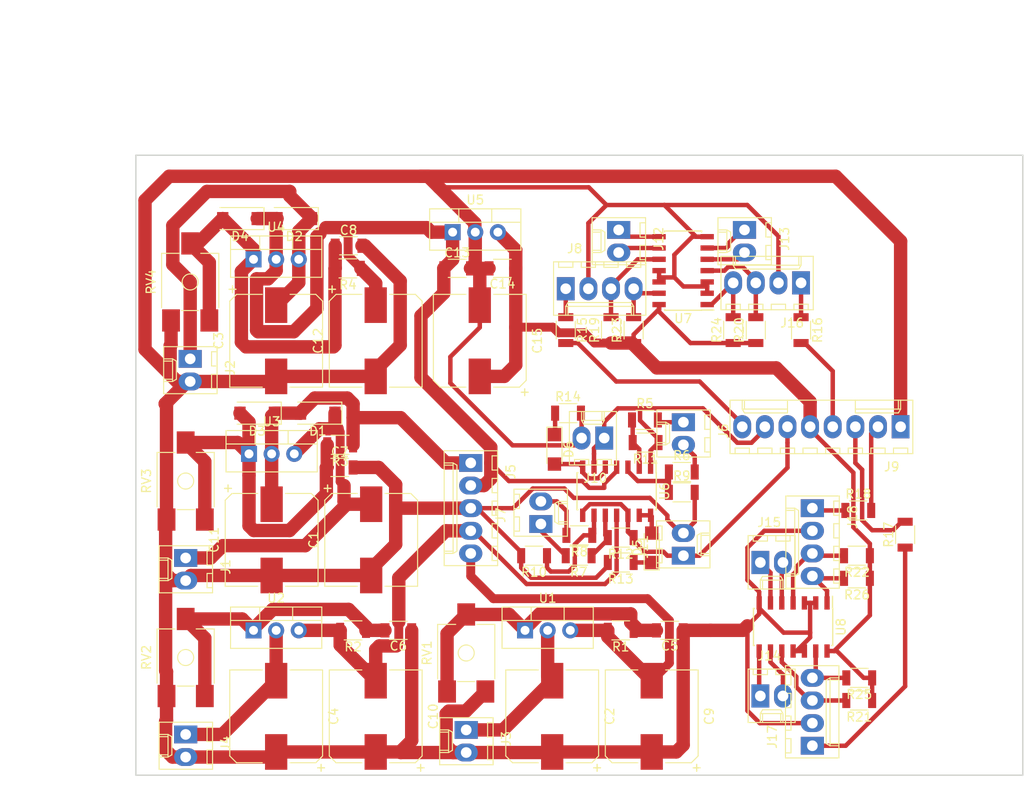
<source format=kicad_pcb>
(kicad_pcb (version 20171130) (host pcbnew 5.0.2-bee76a0~70~ubuntu18.04.1)
  (layers (0 F.Cu signal) (31 B.Cu signal) (34 B.Paste user) (35 F.Paste user) (36 B.SilkS user) (37 F.SilkS user) (38 B.Mask user) (39 F.Mask user) (44 Edge.Cuts user))
  (net 0 "")
  (net 1 GND)
  (net 2 /21V_IN)
  (net 3 /-21V_IN)
  (net 4 /11V_IN)
  (net 5 /-11V_IN)
  (net 6 "Net-(C5-Pad2)")
  (net 7 "Net-(C6-Pad2)")
  (net 8 "Net-(C7-Pad1)")
  (net 9 "Net-(C8-Pad1)")
  (net 10 /-18V)
  (net 11 /-8V)
  (net 12 /18V)
  (net 13 /8V)
  (net 14 +5V)
  (net 15 "Net-(D5-Pad1)")
  (net 16 "Net-(D5-Pad2)")
  (net 17 "Net-(D6-Pad2)")
  (net 18 "Net-(D6-Pad1)")
  (net 19 /~HS1)
  (net 20 /~HS2)
  (net 21 /HS1)
  (net 22 /HS2)
  (net 23 /HS1_SE)
  (net 24 /HS2_SE)
  (net 25 /BL_CTL)
  (net 26 /HRU_CTL)
  (net 27 /SPARE_CTL)
  (net 28 /G_CTL)
  (net 29 /BL)
  (net 30 /~BL)
  (net 31 /~HRU)
  (net 32 /HRU)
  (net 33 "Net-(J14-Pad2)")
  (net 34 "Net-(J14-Pad1)")
  (net 35 /~G)
  (net 36 /G)
  (net 37 "Net-(R11-Pad2)")
  (net 38 "Net-(R6-Pad1)")
  (net 39 "Net-(R12-Pad2)")
  (net 40 "Net-(R10-Pad1)")
  (net 41 "Net-(J8-Pad1)")
  (net 42 "Net-(J8-Pad3)")
  (net 43 "Net-(J8-Pad4)")
  (net 44 "Net-(J16-Pad1)")
  (net 45 "Net-(J16-Pad3)")
  (net 46 "Net-(J16-Pad4)")
  (net 47 "Net-(J17-Pad4)")
  (net 48 "Net-(J17-Pad3)")
  (net 49 "Net-(J17-Pad1)")
  (net 50 "Net-(J18-Pad4)")
  (net 51 "Net-(J18-Pad3)")
  (net 52 "Net-(J18-Pad1)")
  (module Capacitors_SMD:CP_Elec_10x10.5 (layer F.Cu) (at 152.908 129.54 270)
    (fp_text reference C1 (at 0 6.46 270) (layer F.SilkS))
    (fp_text value CP)
    (fp_text user + (at -5.78 4.97 270) (layer F.SilkS))
    (pad 2 smd rect (at 4 0 90) (size 4 2.5) (layers F.Cu F.Paste F.Mask) (net 1 GND))
    (pad 1 smd rect (at -4 0 90) (size 4 2.5) (layers F.Cu F.Paste F.Mask) (net 2 /21V_IN))
  )
  (module Capacitors_SMD:CP_Elec_10x10.5 (layer F.Cu) (at 173.228 149.352 90)
    (fp_text reference C2 (at 0 6.46 90) (layer F.SilkS))
    (fp_text value CP)
    (fp_text user + (at -5.78 4.97 90) (layer F.SilkS))
    (pad 1 smd rect (at -4 0 270) (size 4 2.5) (layers F.Cu F.Paste F.Mask) (net 1 GND))
    (pad 2 smd rect (at 4 0 270) (size 4 2.5) (layers F.Cu F.Paste F.Mask) (net 3 /-21V_IN))
  )
  (module Capacitors_SMD:CP_Elec_10x10.5 (layer F.Cu) (at 142.24 107.188 270)
    (fp_text reference C3 (at 0 6.46 270) (layer F.SilkS))
    (fp_text value CP)
    (fp_text user + (at -5.78 4.97 270) (layer F.SilkS))
    (pad 1 smd rect (at -4 0 90) (size 4 2.5) (layers F.Cu F.Paste F.Mask) (net 4 /11V_IN))
    (pad 2 smd rect (at 4 0 90) (size 4 2.5) (layers F.Cu F.Paste F.Mask) (net 1 GND))
  )
  (module Capacitors_SMD:CP_Elec_10x10.5 (layer F.Cu) (at 142.24 149.352 90)
    (fp_text reference C4 (at 0 6.46 90) (layer F.SilkS))
    (fp_text value CP)
    (fp_text user + (at -5.78 4.97 90) (layer F.SilkS))
    (pad 2 smd rect (at 4 0 270) (size 4 2.5) (layers F.Cu F.Paste F.Mask) (net 5 /-11V_IN))
    (pad 1 smd rect (at -4 0 270) (size 4 2.5) (layers F.Cu F.Paste F.Mask) (net 1 GND))
  )
  (module Capacitors_SMD:C_1206 (layer F.Cu) (at 186.436 139.7 180)
    (fp_text reference C5 (at 0 -1.75 180) (layer F.SilkS))
    (fp_text value C)
    (pad 2 smd rect (at 1.5 0 180) (size 1 1.6) (layers F.Cu F.Paste F.Mask) (net 6 "Net-(C5-Pad2)"))
    (pad 1 smd rect (at -1.5 0 180) (size 1 1.6) (layers F.Cu F.Paste F.Mask) (net 1 GND))
  )
  (module Capacitors_SMD:C_1206 (layer F.Cu) (at 155.956 139.7 180)
    (fp_text reference C6 (at 0 -1.75 180) (layer F.SilkS))
    (fp_text value C)
    (pad 2 smd rect (at 1.5 0 180) (size 1 1.6) (layers F.Cu F.Paste F.Mask) (net 7 "Net-(C6-Pad2)"))
    (pad 1 smd rect (at -1.5 0 180) (size 1 1.6) (layers F.Cu F.Paste F.Mask) (net 1 GND))
  )
  (module Capacitors_SMD:C_1206 (layer F.Cu) (at 149.376 121.412)
    (fp_text reference C7 (at 0 -1.75) (layer F.SilkS))
    (fp_text value C)
    (pad 2 smd rect (at 1.5 0) (size 1 1.6) (layers F.Cu F.Paste F.Mask) (net 1 GND))
    (pad 1 smd rect (at -1.5 0) (size 1 1.6) (layers F.Cu F.Paste F.Mask) (net 8 "Net-(C7-Pad1)"))
  )
  (module Capacitors_SMD:C_1206 (layer F.Cu) (at 150.368 96.52)
    (fp_text reference C8 (at 0 -1.75) (layer F.SilkS))
    (fp_text value C)
    (pad 1 smd rect (at -1.5 0) (size 1 1.6) (layers F.Cu F.Paste F.Mask) (net 9 "Net-(C8-Pad1)"))
    (pad 2 smd rect (at 1.5 0) (size 1 1.6) (layers F.Cu F.Paste F.Mask) (net 1 GND))
  )
  (module Capacitors_SMD:CP_Elec_10x10.5 (layer F.Cu) (at 184.404 149.352 90)
    (fp_text reference C9 (at 0 6.46 90) (layer F.SilkS))
    (fp_text value CP)
    (fp_text user + (at -5.78 4.97 90) (layer F.SilkS))
    (pad 1 smd rect (at -4 0 270) (size 4 2.5) (layers F.Cu F.Paste F.Mask) (net 1 GND))
    (pad 2 smd rect (at 4 0 270) (size 4 2.5) (layers F.Cu F.Paste F.Mask) (net 10 /-18V))
  )
  (module Capacitors_SMD:CP_Elec_10x10.5 (layer F.Cu) (at 153.416 149.352 90)
    (fp_text reference C10 (at 0 6.46 90) (layer F.SilkS))
    (fp_text value CP)
    (fp_text user + (at -5.78 4.97 90) (layer F.SilkS))
    (pad 2 smd rect (at 4 0 270) (size 4 2.5) (layers F.Cu F.Paste F.Mask) (net 11 /-8V))
    (pad 1 smd rect (at -4 0 270) (size 4 2.5) (layers F.Cu F.Paste F.Mask) (net 1 GND))
  )
  (module Capacitors_SMD:CP_Elec_10x10.5 (layer F.Cu) (at 141.732 129.54 270)
    (fp_text reference C11 (at 0 6.46 270) (layer F.SilkS))
    (fp_text value CP)
    (fp_text user + (at -5.78 4.97 270) (layer F.SilkS))
    (pad 2 smd rect (at 4 0 90) (size 4 2.5) (layers F.Cu F.Paste F.Mask) (net 1 GND))
    (pad 1 smd rect (at -4 0 90) (size 4 2.5) (layers F.Cu F.Paste F.Mask) (net 12 /18V))
  )
  (module Capacitors_SMD:CP_Elec_10x10.5 (layer F.Cu) (at 153.416 107.188 270)
    (fp_text reference C12 (at 0 6.46 270) (layer F.SilkS))
    (fp_text value CP)
    (fp_text user + (at -5.78 4.97 270) (layer F.SilkS))
    (pad 1 smd rect (at -4 0 90) (size 4 2.5) (layers F.Cu F.Paste F.Mask) (net 13 /8V))
    (pad 2 smd rect (at 4 0 90) (size 4 2.5) (layers F.Cu F.Paste F.Mask) (net 1 GND))
  )
  (module Capacitors_SMD:C_1206 (layer F.Cu) (at 162.56 99.06)
    (fp_text reference C13 (at 0 -1.75) (layer F.SilkS))
    (fp_text value C)
    (pad 1 smd rect (at -1.5 0) (size 1 1.6) (layers F.Cu F.Paste F.Mask) (net 13 /8V))
    (pad 2 smd rect (at 1.5 0) (size 1 1.6) (layers F.Cu F.Paste F.Mask) (net 1 GND))
  )
  (module Capacitors_SMD:C_1206 (layer F.Cu) (at 167.64 99.06 180)
    (fp_text reference C14 (at 0 -1.75 180) (layer F.SilkS))
    (fp_text value C)
    (pad 1 smd rect (at -1.5 0 180) (size 1 1.6) (layers F.Cu F.Paste F.Mask) (net 14 +5V))
    (pad 2 smd rect (at 1.5 0 180) (size 1 1.6) (layers F.Cu F.Paste F.Mask) (net 1 GND))
  )
  (module Capacitors_SMD:CP_Elec_10x10.5 (layer F.Cu) (at 165.1 107.188 90)
    (fp_text reference C15 (at 0 6.46 90) (layer F.SilkS))
    (fp_text value CP)
    (fp_text user + (at -5.78 4.97 90) (layer F.SilkS))
    (pad 2 smd rect (at 4 0 270) (size 4 2.5) (layers F.Cu F.Paste F.Mask) (net 1 GND))
    (pad 1 smd rect (at -4 0 270) (size 4 2.5) (layers F.Cu F.Paste F.Mask) (net 14 +5V))
  )
  (module Diodes_SMD:D_2010 (layer F.Cu) (at 146.909 115.316 180)
    (fp_text reference D1 (at 0 -2 180) (layer F.SilkS))
    (fp_text value D)
    (pad 1 smd rect (at -1.935 0 180) (size 1.27 1.47) (layers F.Cu F.Paste F.Mask) (net 2 /21V_IN))
    (pad 2 smd rect (at 1.935 0 180) (size 1.27 1.47) (layers F.Cu F.Paste F.Mask) (net 12 /18V))
  )
  (module Diodes_SMD:D_2010 (layer F.Cu) (at 144.272 93.472 180)
    (fp_text reference D2 (at 0 -2 180) (layer F.SilkS))
    (fp_text value D)
    (pad 1 smd rect (at -1.935 0 180) (size 1.27 1.47) (layers F.Cu F.Paste F.Mask) (net 4 /11V_IN))
    (pad 2 smd rect (at 1.935 0 180) (size 1.27 1.47) (layers F.Cu F.Paste F.Mask) (net 13 /8V))
  )
  (module Diodes_SMD:D_2010 (layer F.Cu) (at 140.111 115.316 180)
    (fp_text reference D3 (at 0 -2 180) (layer F.SilkS))
    (fp_text value D)
    (pad 2 smd rect (at 1.935 0 180) (size 1.27 1.47) (layers F.Cu F.Paste F.Mask) (net 8 "Net-(C7-Pad1)"))
    (pad 1 smd rect (at -1.935 0 180) (size 1.27 1.47) (layers F.Cu F.Paste F.Mask) (net 12 /18V))
  )
  (module Diodes_SMD:D_2010 (layer F.Cu) (at 138.176 93.472 180)
    (fp_text reference D4 (at 0 -2 180) (layer F.SilkS))
    (fp_text value D)
    (pad 2 smd rect (at 1.935 0 180) (size 1.27 1.47) (layers F.Cu F.Paste F.Mask) (net 9 "Net-(C8-Pad1)"))
    (pad 1 smd rect (at -1.935 0 180) (size 1.27 1.47) (layers F.Cu F.Paste F.Mask) (net 13 /8V))
  )
  (module LEDs:LED_1206 (layer F.Cu) (at 184.404 130.428 90)
    (fp_text reference D5 (at 0 -1.6 90) (layer F.SilkS))
    (fp_text value LED)
    (pad 1 smd rect (at -1.65 0 270) (size 1.5 1.5) (layers F.Cu F.Paste F.Mask) (net 15 "Net-(D5-Pad1)"))
    (pad 2 smd rect (at 1.65 0 270) (size 1.5 1.5) (layers F.Cu F.Paste F.Mask) (net 16 "Net-(D5-Pad2)"))
  )
  (module LEDs:LED_1206 (layer F.Cu) (at 173.482 119.38 270)
    (fp_text reference D6 (at 0 -1.6 270) (layer F.SilkS))
    (fp_text value LED)
    (pad 2 smd rect (at 1.65 0 90) (size 1.5 1.5) (layers F.Cu F.Paste F.Mask) (net 17 "Net-(D6-Pad2)"))
    (pad 1 smd rect (at -1.65 0 90) (size 1.5 1.5) (layers F.Cu F.Paste F.Mask) (net 18 "Net-(D6-Pad1)"))
  )
  (module Connectors_Molex:Molex_KK-6410-02_02x2.54mm_Straight (layer F.Cu) (at 132.08 131.572 270)
    (fp_text reference J1 (at 1 -4.5 270) (layer F.SilkS))
    (fp_text value Conn_01x02_Male)
    (pad 2 thru_hole oval (at 2.54 0 270) (size 2 2.6) (drill 1.2) (layers *.Cu *.Mask) (net 1 GND))
    (pad 1 thru_hole rect (at 0 0 270) (size 2 2.6) (drill 1.2) (layers *.Cu *.Mask) (net 2 /21V_IN))
  )
  (module Connectors_Molex:Molex_KK-6410-02_02x2.54mm_Straight (layer F.Cu) (at 132.588 109.22 270)
    (fp_text reference J2 (at 1 -4.5 270) (layer F.SilkS))
    (fp_text value Conn_01x02_Male)
    (pad 2 thru_hole oval (at 2.54 0 270) (size 2 2.6) (drill 1.2) (layers *.Cu *.Mask) (net 1 GND))
    (pad 1 thru_hole rect (at 0 0 270) (size 2 2.6) (drill 1.2) (layers *.Cu *.Mask) (net 4 /11V_IN))
  )
  (module Connectors_Molex:Molex_KK-6410-02_02x2.54mm_Straight (layer F.Cu) (at 163.576 150.876 270)
    (fp_text reference J3 (at 1 -4.5 270) (layer F.SilkS))
    (fp_text value Conn_01x02_Male)
    (pad 1 thru_hole rect (at 0 0 270) (size 2 2.6) (drill 1.2) (layers *.Cu *.Mask) (net 3 /-21V_IN))
    (pad 2 thru_hole oval (at 2.54 0 270) (size 2 2.6) (drill 1.2) (layers *.Cu *.Mask) (net 1 GND))
  )
  (module Connectors_Molex:Molex_KK-6410-02_02x2.54mm_Straight (layer F.Cu) (at 132.08 151.384 270)
    (fp_text reference J4 (at 1 -4.5 270) (layer F.SilkS))
    (fp_text value Conn_01x02_Male)
    (pad 1 thru_hole rect (at 0 0 270) (size 2 2.6) (drill 1.2) (layers *.Cu *.Mask) (net 5 /-11V_IN))
    (pad 2 thru_hole oval (at 2.54 0 270) (size 2 2.6) (drill 1.2) (layers *.Cu *.Mask) (net 1 GND))
  )
  (module Connectors_Molex:Molex_KK-6410-02_02x2.54mm_Straight (layer F.Cu) (at 187.96 116.332 270)
    (fp_text reference J6 (at 1 -4.5 270) (layer F.SilkS))
    (fp_text value Conn_01x02_Male)
    (pad 2 thru_hole oval (at 2.54 0 270) (size 2 2.6) (drill 1.2) (layers *.Cu *.Mask) (net 21 /HS1))
    (pad 1 thru_hole rect (at 0 0 270) (size 2 2.6) (drill 1.2) (layers *.Cu *.Mask) (net 19 /~HS1))
  )
  (module Connectors_Molex:Molex_KK-6410-02_02x2.54mm_Straight (layer F.Cu) (at 171.958 127.762 90)
    (fp_text reference J7 (at 1 -4.5 90) (layer F.SilkS))
    (fp_text value Conn_01x02_Male)
    (pad 1 thru_hole rect (at 0 0 90) (size 2 2.6) (drill 1.2) (layers *.Cu *.Mask) (net 20 /~HS2))
    (pad 2 thru_hole oval (at 2.54 0 90) (size 2 2.6) (drill 1.2) (layers *.Cu *.Mask) (net 22 /HS2))
  )
  (module Connectors_Molex:Molex_KK-6410-08_08x2.54mm_Straight (layer F.Cu) (at 212.344 116.84 180)
    (fp_text reference J9 (at 1 -4.5 180) (layer F.SilkS))
    (fp_text value Conn_01x08_Male)
    (pad 8 thru_hole oval (at 17.78 0 180) (size 2 2.6) (drill 1.2) (layers *.Cu *.Mask) (net 25 /BL_CTL))
    (pad 7 thru_hole oval (at 15.24 0 180) (size 2 2.6) (drill 1.2) (layers *.Cu *.Mask) (net 23 /HS1_SE))
    (pad 6 thru_hole oval (at 12.7 0 180) (size 2 2.6) (drill 1.2) (layers *.Cu *.Mask) (net 24 /HS2_SE))
    (pad 5 thru_hole oval (at 10.16 0 180) (size 2 2.6) (drill 1.2) (layers *.Cu *.Mask) (net 14 +5V))
    (pad 4 thru_hole oval (at 7.62 0 180) (size 2 2.6) (drill 1.2) (layers *.Cu *.Mask) (net 26 /HRU_CTL))
    (pad 3 thru_hole oval (at 5.08 0 180) (size 2 2.6) (drill 1.2) (layers *.Cu *.Mask) (net 27 /SPARE_CTL))
    (pad 2 thru_hole oval (at 2.54 0 180) (size 2 2.6) (drill 1.2) (layers *.Cu *.Mask) (net 28 /G_CTL))
    (pad 1 thru_hole rect (at 0 0 180) (size 2 2.6) (drill 1.2) (layers *.Cu *.Mask) (net 1 GND))
  )
  (module Connectors_Molex:Molex_KK-6410-02_02x2.54mm_Straight (layer F.Cu) (at 179.07 118.11 180)
    (fp_text reference J10 (at 1 -4.5 180) (layer F.SilkS))
    (fp_text value Conn_Coaxial)
    (pad 2 thru_hole oval (at 2.54 0 180) (size 2 2.6) (drill 1.2) (layers *.Cu *.Mask) (net 1 GND))
    (pad 1 thru_hole rect (at 0 0 180) (size 2 2.6) (drill 1.2) (layers *.Cu *.Mask) (net 23 /HS1_SE))
  )
  (module Connectors_Molex:Molex_KK-6410-02_02x2.54mm_Straight (layer F.Cu) (at 187.96 131.318 90)
    (fp_text reference J11 (at 1 -4.5 90) (layer F.SilkS))
    (fp_text value Conn_Coaxial)
    (pad 1 thru_hole rect (at 0 0 90) (size 2 2.6) (drill 1.2) (layers *.Cu *.Mask) (net 24 /HS2_SE))
    (pad 2 thru_hole oval (at 2.54 0 90) (size 2 2.6) (drill 1.2) (layers *.Cu *.Mask) (net 1 GND))
  )
  (module Connectors_Molex:Molex_KK-6410-02_02x2.54mm_Straight (layer F.Cu) (at 180.691575 94.742 270)
    (fp_text reference J12 (at 1 -4.5 270) (layer F.SilkS))
    (fp_text value Conn_01x02_Male)
    (pad 2 thru_hole oval (at 2.54 0 270) (size 2 2.6) (drill 1.2) (layers *.Cu *.Mask) (net 29 /BL))
    (pad 1 thru_hole rect (at 0 0 270) (size 2 2.6) (drill 1.2) (layers *.Cu *.Mask) (net 30 /~BL))
  )
  (module Connectors_Molex:Molex_KK-6410-02_02x2.54mm_Straight (layer F.Cu) (at 194.818 94.742 270)
    (fp_text reference J13 (at 1 -4.5 270) (layer F.SilkS))
    (fp_text value Conn_01x02_Male)
    (pad 1 thru_hole rect (at 0 0 270) (size 2 2.6) (drill 1.2) (layers *.Cu *.Mask) (net 31 /~HRU))
    (pad 2 thru_hole oval (at 2.54 0 270) (size 2 2.6) (drill 1.2) (layers *.Cu *.Mask) (net 32 /HRU))
  )
  (module Connectors_Molex:Molex_KK-6410-02_02x2.54mm_Straight (layer F.Cu) (at 196.596 147.066)
    (fp_text reference J14 (at 1 -4.5) (layer F.SilkS))
    (fp_text value Conn_01x02_Male)
    (pad 2 thru_hole oval (at 2.54 0) (size 2 2.6) (drill 1.2) (layers *.Cu *.Mask) (net 33 "Net-(J14-Pad2)"))
    (pad 1 thru_hole rect (at 0 0) (size 2 2.6) (drill 1.2) (layers *.Cu *.Mask) (net 34 "Net-(J14-Pad1)"))
  )
  (module Connectors_Molex:Molex_KK-6410-02_02x2.54mm_Straight (layer F.Cu) (at 196.596 132.08)
    (fp_text reference J15 (at 1 -4.5) (layer F.SilkS))
    (fp_text value Conn_01x02_Male)
    (pad 1 thru_hole rect (at 0 0) (size 2 2.6) (drill 1.2) (layers *.Cu *.Mask) (net 35 /~G))
    (pad 2 thru_hole oval (at 2.54 0) (size 2 2.6) (drill 1.2) (layers *.Cu *.Mask) (net 36 /G))
  )
  (module Resistors_SMD:R_1206 (layer F.Cu) (at 180.922 139.7 180)
    (fp_text reference R1 (at 0 -1.85 180) (layer F.SilkS))
    (fp_text value R)
    (pad 1 smd rect (at -1.45 0 180) (size 0.9 1.7) (layers F.Cu F.Paste F.Mask) (net 6 "Net-(C5-Pad2)"))
    (pad 2 smd rect (at 1.45 0 180) (size 0.9 1.7) (layers F.Cu F.Paste F.Mask) (net 10 /-18V))
  )
  (module Resistors_SMD:R_1206 (layer F.Cu) (at 150.876 139.7 180)
    (fp_text reference R2 (at 0 -1.85 180) (layer F.SilkS))
    (fp_text value R)
    (pad 2 smd rect (at 1.45 0 180) (size 0.9 1.7) (layers F.Cu F.Paste F.Mask) (net 11 /-8V))
    (pad 1 smd rect (at -1.45 0 180) (size 0.9 1.7) (layers F.Cu F.Paste F.Mask) (net 7 "Net-(C6-Pad2)"))
  )
  (module Resistors_SMD:R_1206 (layer F.Cu) (at 149.426 118.872 180)
    (fp_text reference R3 (at 0 -1.85 180) (layer F.SilkS))
    (fp_text value R)
    (pad 2 smd rect (at 1.45 0 180) (size 0.9 1.7) (layers F.Cu F.Paste F.Mask) (net 8 "Net-(C7-Pad1)"))
    (pad 1 smd rect (at -1.45 0 180) (size 0.9 1.7) (layers F.Cu F.Paste F.Mask) (net 12 /18V))
  )
  (module Resistors_SMD:R_1206 (layer F.Cu) (at 150.294 99.06 180)
    (fp_text reference R4 (at 0 -1.85 180) (layer F.SilkS))
    (fp_text value R)
    (pad 1 smd rect (at -1.45 0 180) (size 0.9 1.7) (layers F.Cu F.Paste F.Mask) (net 13 /8V))
    (pad 2 smd rect (at 1.45 0 180) (size 0.9 1.7) (layers F.Cu F.Paste F.Mask) (net 9 "Net-(C8-Pad1)"))
  )
  (module Resistors_SMD:R_1206 (layer F.Cu) (at 183.642 116.078)
    (fp_text reference R5 (at 0 -1.85) (layer F.SilkS))
    (fp_text value R)
    (pad 2 smd rect (at 1.45 0) (size 0.9 1.7) (layers F.Cu F.Paste F.Mask) (net 19 /~HS1))
    (pad 1 smd rect (at -1.45 0) (size 0.9 1.7) (layers F.Cu F.Paste F.Mask) (net 37 "Net-(R11-Pad2)"))
  )
  (module Resistors_SMD:R_1206 (layer F.Cu) (at 187.78 121.92)
    (fp_text reference R6 (at 0 -1.85) (layer F.SilkS))
    (fp_text value R)
    (pad 1 smd rect (at -1.45 0) (size 0.9 1.7) (layers F.Cu F.Paste F.Mask) (net 38 "Net-(R6-Pad1)"))
    (pad 2 smd rect (at 1.45 0) (size 0.9 1.7) (layers F.Cu F.Paste F.Mask) (net 21 /HS1))
  )
  (module Resistors_SMD:R_1206 (layer F.Cu) (at 176.202 131.318 180)
    (fp_text reference R7 (at 0 -1.85 180) (layer F.SilkS))
    (fp_text value R)
    (pad 2 smd rect (at 1.45 0 180) (size 0.9 1.7) (layers F.Cu F.Paste F.Mask) (net 20 /~HS2))
    (pad 1 smd rect (at -1.45 0 180) (size 0.9 1.7) (layers F.Cu F.Paste F.Mask) (net 39 "Net-(R12-Pad2)"))
  )
  (module Resistors_SMD:R_1206 (layer F.Cu) (at 176.276 129.032 180)
    (fp_text reference R8 (at 0 -1.85 180) (layer F.SilkS))
    (fp_text value R)
    (pad 2 smd rect (at 1.45 0 180) (size 0.9 1.7) (layers F.Cu F.Paste F.Mask) (net 22 /HS2))
    (pad 1 smd rect (at -1.45 0 180) (size 0.9 1.7) (layers F.Cu F.Paste F.Mask) (net 40 "Net-(R10-Pad1)"))
  )
  (module Resistors_SMD:R_1206 (layer F.Cu) (at 187.78 124.206)
    (fp_text reference R9 (at 0 -1.85) (layer F.SilkS))
    (fp_text value R)
    (pad 2 smd rect (at 1.45 0) (size 0.9 1.7) (layers F.Cu F.Paste F.Mask) (net 1 GND))
    (pad 1 smd rect (at -1.45 0) (size 0.9 1.7) (layers F.Cu F.Paste F.Mask) (net 38 "Net-(R6-Pad1)"))
  )
  (module Resistors_SMD:R_1206 (layer F.Cu) (at 171.196 131.318 180)
    (fp_text reference R10 (at 0 -1.85 180) (layer F.SilkS))
    (fp_text value R)
    (pad 1 smd rect (at -1.45 0 180) (size 0.9 1.7) (layers F.Cu F.Paste F.Mask) (net 40 "Net-(R10-Pad1)"))
    (pad 2 smd rect (at 1.45 0 180) (size 0.9 1.7) (layers F.Cu F.Paste F.Mask) (net 1 GND))
  )
  (module Resistors_SMD:R_1206 (layer F.Cu) (at 183.716 118.618 180)
    (fp_text reference R11 (at 0 -1.85 180) (layer F.SilkS))
    (fp_text value R)
    (pad 1 smd rect (at -1.45 0 180) (size 0.9 1.7) (layers F.Cu F.Paste F.Mask) (net 23 /HS1_SE))
    (pad 2 smd rect (at 1.45 0 180) (size 0.9 1.7) (layers F.Cu F.Paste F.Mask) (net 37 "Net-(R11-Pad2)"))
  )
  (module Resistors_SMD:R_1206 (layer F.Cu) (at 180.922 129.286 180)
    (fp_text reference R12 (at 0 -1.85 180) (layer F.SilkS))
    (fp_text value R)
    (pad 1 smd rect (at -1.45 0 180) (size 0.9 1.7) (layers F.Cu F.Paste F.Mask) (net 24 /HS2_SE))
    (pad 2 smd rect (at 1.45 0 180) (size 0.9 1.7) (layers F.Cu F.Paste F.Mask) (net 39 "Net-(R12-Pad2)"))
  )
  (module Resistors_SMD:R_1206 (layer F.Cu) (at 180.922 132.08 180)
    (fp_text reference R13 (at 0 -1.85 180) (layer F.SilkS))
    (fp_text value R)
    (pad 1 smd rect (at -1.45 0 180) (size 0.9 1.7) (layers F.Cu F.Paste F.Mask) (net 15 "Net-(D5-Pad1)"))
    (pad 2 smd rect (at 1.45 0 180) (size 0.9 1.7) (layers F.Cu F.Paste F.Mask) (net 1 GND))
  )
  (module Resistors_SMD:R_1206 (layer F.Cu) (at 175.006 115.316)
    (fp_text reference R14 (at 0 -1.85) (layer F.SilkS))
    (fp_text value R)
    (pad 1 smd rect (at -1.45 0) (size 0.9 1.7) (layers F.Cu F.Paste F.Mask) (net 18 "Net-(D6-Pad1)"))
    (pad 2 smd rect (at 1.45 0) (size 0.9 1.7) (layers F.Cu F.Paste F.Mask) (net 1 GND))
  )
  (module Resistors_SMD:R_1206 (layer F.Cu) (at 174.752 105.992 270)
    (fp_text reference R15 (at 0 -1.85 270) (layer F.SilkS))
    (fp_text value R)
    (pad 2 smd rect (at 1.45 0 270) (size 0.9 1.7) (layers F.Cu F.Paste F.Mask) (net 25 /BL_CTL))
    (pad 1 smd rect (at -1.45 0 270) (size 0.9 1.7) (layers F.Cu F.Paste F.Mask) (net 41 "Net-(J8-Pad1)"))
  )
  (module Resistors_SMD:R_1206 (layer F.Cu) (at 201.168 105.992 270)
    (fp_text reference R16 (at 0 -1.85 270) (layer F.SilkS))
    (fp_text value R)
    (pad 1 smd rect (at -1.45 0 270) (size 0.9 1.7) (layers F.Cu F.Paste F.Mask) (net 44 "Net-(J16-Pad1)"))
    (pad 2 smd rect (at 1.45 0 270) (size 0.9 1.7) (layers F.Cu F.Paste F.Mask) (net 26 /HRU_CTL))
  )
  (module Resistors_SMD:R_1206 (layer F.Cu) (at 212.852 128.958 90)
    (fp_text reference R17 (at 0 -1.85 90) (layer F.SilkS))
    (fp_text value R)
    (pad 2 smd rect (at 1.45 0 90) (size 0.9 1.7) (layers F.Cu F.Paste F.Mask) (net 27 /SPARE_CTL))
    (pad 1 smd rect (at -1.45 0 90) (size 0.9 1.7) (layers F.Cu F.Paste F.Mask) (net 49 "Net-(J17-Pad1)"))
  )
  (module Resistors_SMD:R_1206 (layer F.Cu) (at 207.592 126.238)
    (fp_text reference R18 (at 0 -1.85) (layer F.SilkS))
    (fp_text value R)
    (pad 2 smd rect (at 1.45 0) (size 0.9 1.7) (layers F.Cu F.Paste F.Mask) (net 28 /G_CTL))
    (pad 1 smd rect (at -1.45 0) (size 0.9 1.7) (layers F.Cu F.Paste F.Mask) (net 52 "Net-(J18-Pad1)"))
  )
  (module Resistors_SMD:R_1206 (layer F.Cu) (at 179.832 105.992 90)
    (fp_text reference R19 (at 0 -1.85 90) (layer F.SilkS))
    (fp_text value R)
    (pad 1 smd rect (at -1.45 0 90) (size 0.9 1.7) (layers F.Cu F.Paste F.Mask) (net 14 +5V))
    (pad 2 smd rect (at 1.45 0 90) (size 0.9 1.7) (layers F.Cu F.Paste F.Mask) (net 42 "Net-(J8-Pad3)"))
  )
  (module Resistors_SMD:R_1206 (layer F.Cu) (at 196.088 105.992 90)
    (fp_text reference R20 (at 0 -1.85 90) (layer F.SilkS))
    (fp_text value R)
    (pad 1 smd rect (at -1.45 0 90) (size 0.9 1.7) (layers F.Cu F.Paste F.Mask) (net 14 +5V))
    (pad 2 smd rect (at 1.45 0 90) (size 0.9 1.7) (layers F.Cu F.Paste F.Mask) (net 45 "Net-(J16-Pad3)"))
  )
  (module Resistors_SMD:R_1206 (layer F.Cu) (at 207.698 147.574 180)
    (fp_text reference R21 (at 0 -1.85 180) (layer F.SilkS))
    (fp_text value R)
    (pad 2 smd rect (at 1.45 0 180) (size 0.9 1.7) (layers F.Cu F.Paste F.Mask) (net 48 "Net-(J17-Pad3)"))
    (pad 1 smd rect (at -1.45 0 180) (size 0.9 1.7) (layers F.Cu F.Paste F.Mask) (net 14 +5V))
  )
  (module Resistors_SMD:R_1206 (layer F.Cu) (at 207.444 131.318 180)
    (fp_text reference R22 (at 0 -1.85 180) (layer F.SilkS))
    (fp_text value R)
    (pad 1 smd rect (at -1.45 0 180) (size 0.9 1.7) (layers F.Cu F.Paste F.Mask) (net 14 +5V))
    (pad 2 smd rect (at 1.45 0 180) (size 0.9 1.7) (layers F.Cu F.Paste F.Mask) (net 51 "Net-(J18-Pad3)"))
  )
  (module Resistors_SMD:R_1206 (layer F.Cu) (at 182.372 105.992 90)
    (fp_text reference R23 (at 0 -1.85 90) (layer F.SilkS))
    (fp_text value R)
    (pad 2 smd rect (at 1.45 0 90) (size 0.9 1.7) (layers F.Cu F.Paste F.Mask) (net 43 "Net-(J8-Pad4)"))
    (pad 1 smd rect (at -1.45 0 90) (size 0.9 1.7) (layers F.Cu F.Paste F.Mask) (net 14 +5V))
  )
  (module Resistors_SMD:R_1206 (layer F.Cu) (at 193.548 105.992 90)
    (fp_text reference R24 (at 0 -1.85 90) (layer F.SilkS))
    (fp_text value R)
    (pad 2 smd rect (at 1.45 0 90) (size 0.9 1.7) (layers F.Cu F.Paste F.Mask) (net 46 "Net-(J16-Pad4)"))
    (pad 1 smd rect (at -1.45 0 90) (size 0.9 1.7) (layers F.Cu F.Paste F.Mask) (net 14 +5V))
  )
  (module Resistors_SMD:R_1206 (layer F.Cu) (at 207.698 145.034 180)
    (fp_text reference R25 (at 0 -1.85 180) (layer F.SilkS))
    (fp_text value R)
    (pad 2 smd rect (at 1.45 0 180) (size 0.9 1.7) (layers F.Cu F.Paste F.Mask) (net 47 "Net-(J17-Pad4)"))
    (pad 1 smd rect (at -1.45 0 180) (size 0.9 1.7) (layers F.Cu F.Paste F.Mask) (net 14 +5V))
  )
  (module Resistors_SMD:R_1206 (layer F.Cu) (at 207.444 133.858 180)
    (fp_text reference R26 (at 0 -1.85 180) (layer F.SilkS))
    (fp_text value R)
    (pad 1 smd rect (at -1.45 0 180) (size 0.9 1.7) (layers F.Cu F.Paste F.Mask) (net 14 +5V))
    (pad 2 smd rect (at 1.45 0 180) (size 0.9 1.7) (layers F.Cu F.Paste F.Mask) (net 50 "Net-(J18-Pad4)"))
  )
  (module Potentiometers:Potentiometer_Trimmer_ACP_CA6VSMD_Horizontal (layer F.Cu) (at 163.576 142.24 90)
    (fp_text reference RV1 (at 0 -4.4 90) (layer F.SilkS))
    (fp_text value R_POT)
    (pad 1 smd rect (at -4.325 2.15 90) (size 2.5 2) (layers F.Cu F.Mask) (net 1 GND))
    (pad 2 smd rect (at 4.325 0 90) (size 2.5 2) (layers F.Cu F.Mask) (net 6 "Net-(C5-Pad2)"))
    (pad 3 smd rect (at -4.325 -2.15 90) (size 2.5 2) (layers F.Cu F.Mask) (net 6 "Net-(C5-Pad2)"))
  )
  (module Potentiometers:Potentiometer_Trimmer_ACP_CA6VSMD_Horizontal (layer F.Cu) (at 132.08 142.748 90)
    (fp_text reference RV2 (at 0 -4.4 90) (layer F.SilkS))
    (fp_text value R_POT)
    (pad 1 smd rect (at -4.325 2.15 90) (size 2.5 2) (layers F.Cu F.Mask) (net 7 "Net-(C6-Pad2)"))
    (pad 2 smd rect (at 4.325 0 90) (size 2.5 2) (layers F.Cu F.Mask) (net 7 "Net-(C6-Pad2)"))
    (pad 3 smd rect (at -4.325 -2.15 90) (size 2.5 2) (layers F.Cu F.Mask) (net 1 GND))
  )
  (module Potentiometers:Potentiometer_Trimmer_ACP_CA6VSMD_Horizontal (layer F.Cu) (at 132.08 122.936 90)
    (fp_text reference RV3 (at 0 -4.4 90) (layer F.SilkS))
    (fp_text value R_POT)
    (pad 3 smd rect (at -4.325 -2.15 90) (size 2.5 2) (layers F.Cu F.Mask) (net 1 GND))
    (pad 2 smd rect (at 4.325 0 90) (size 2.5 2) (layers F.Cu F.Mask) (net 8 "Net-(C7-Pad1)"))
    (pad 1 smd rect (at -4.325 2.15 90) (size 2.5 2) (layers F.Cu F.Mask) (net 8 "Net-(C7-Pad1)"))
  )
  (module Potentiometers:Potentiometer_Trimmer_ACP_CA6VSMD_Horizontal (layer F.Cu) (at 132.588 100.584 90)
    (fp_text reference RV4 (at 0 -4.4 90) (layer F.SilkS))
    (fp_text value R_POT)
    (pad 3 smd rect (at -4.325 -2.15 90) (size 2.5 2) (layers F.Cu F.Mask) (net 1 GND))
    (pad 2 smd rect (at 4.325 0 90) (size 2.5 2) (layers F.Cu F.Mask) (net 9 "Net-(C8-Pad1)"))
    (pad 1 smd rect (at -4.325 2.15 90) (size 2.5 2) (layers F.Cu F.Mask) (net 9 "Net-(C8-Pad1)"))
  )
  (module TO_SOT_Packages_THT:TO-220-3_Vertical (layer F.Cu) (at 170.18 139.7)
    (fp_text reference U1 (at 2.54 -3.62) (layer F.SilkS))
    (fp_text value LM337_TO220)
    (pad 3 thru_hole oval (at 5.08 0) (size 1.8 1.8) (drill 1) (layers *.Cu *.Mask) (net 10 /-18V))
    (pad 2 thru_hole oval (at 2.54 0) (size 1.8 1.8) (drill 1) (layers *.Cu *.Mask) (net 3 /-21V_IN))
    (pad 1 thru_hole rect (at 0 0) (size 1.8 1.8) (drill 1) (layers *.Cu *.Mask) (net 6 "Net-(C5-Pad2)"))
  )
  (module TO_SOT_Packages_THT:TO-220-3_Vertical (layer F.Cu) (at 139.7 139.7)
    (fp_text reference U2 (at 2.54 -3.62) (layer F.SilkS))
    (fp_text value LM337_TO220)
    (pad 3 thru_hole oval (at 5.08 0) (size 1.8 1.8) (drill 1) (layers *.Cu *.Mask) (net 11 /-8V))
    (pad 2 thru_hole oval (at 2.54 0) (size 1.8 1.8) (drill 1) (layers *.Cu *.Mask) (net 5 /-11V_IN))
    (pad 1 thru_hole rect (at 0 0) (size 1.8 1.8) (drill 1) (layers *.Cu *.Mask) (net 7 "Net-(C6-Pad2)"))
  )
  (module TO_SOT_Packages_THT:TO-220-3_Vertical (layer F.Cu) (at 139.192 119.888)
    (fp_text reference U3 (at 2.54 -3.62) (layer F.SilkS))
    (fp_text value LM317_3PinPackage)
    (pad 3 thru_hole oval (at 5.08 0) (size 1.8 1.8) (drill 1) (layers *.Cu *.Mask) (net 2 /21V_IN))
    (pad 2 thru_hole oval (at 2.54 0) (size 1.8 1.8) (drill 1) (layers *.Cu *.Mask) (net 12 /18V))
    (pad 1 thru_hole rect (at 0 0) (size 1.8 1.8) (drill 1) (layers *.Cu *.Mask) (net 8 "Net-(C7-Pad1)"))
  )
  (module TO_SOT_Packages_THT:TO-220-3_Vertical (layer F.Cu) (at 139.7 98.044)
    (fp_text reference U4 (at 2.54 -3.62) (layer F.SilkS))
    (fp_text value LM317_3PinPackage)
    (pad 1 thru_hole rect (at 0 0) (size 1.8 1.8) (drill 1) (layers *.Cu *.Mask) (net 9 "Net-(C8-Pad1)"))
    (pad 2 thru_hole oval (at 2.54 0) (size 1.8 1.8) (drill 1) (layers *.Cu *.Mask) (net 13 /8V))
    (pad 3 thru_hole oval (at 5.08 0) (size 1.8 1.8) (drill 1) (layers *.Cu *.Mask) (net 4 /11V_IN))
  )
  (module TO_SOT_Packages_THT:TO-220-3_Vertical (layer F.Cu) (at 162.052 94.996)
    (fp_text reference U5 (at 2.54 -3.62) (layer F.SilkS))
    (fp_text value L7805)
    (pad 1 thru_hole rect (at 0 0) (size 1.8 1.8) (drill 1) (layers *.Cu *.Mask) (net 13 /8V))
    (pad 2 thru_hole oval (at 2.54 0) (size 1.8 1.8) (drill 1) (layers *.Cu *.Mask) (net 1 GND))
    (pad 3 thru_hole oval (at 5.08 0) (size 1.8 1.8) (drill 1) (layers *.Cu *.Mask) (net 14 +5V))
  )
  (module Housings_SOIC:SOIC-14_3.9x8.7mm_Pitch1.27mm (layer F.Cu) (at 180.463088 124.080657 270)
    (fp_text reference U6 (at 0 -5.375 270) (layer F.SilkS))
    (fp_text value LM324)
    (pad 14 smd rect (at 2.7 -3.81 270) (size 1.5 0.6) (layers F.Cu F.Paste F.Mask) (net 16 "Net-(D5-Pad2)"))
    (pad 13 smd rect (at 2.7 -2.54 270) (size 1.5 0.6) (layers F.Cu F.Paste F.Mask) (net 16 "Net-(D5-Pad2)"))
    (pad 12 smd rect (at 2.7 -1.27 270) (size 1.5 0.6) (layers F.Cu F.Paste F.Mask) (net 24 /HS2_SE))
    (pad 11 smd rect (at 2.7 0 270) (size 1.5 0.6) (layers F.Cu F.Paste F.Mask) (net 11 /-8V))
    (pad 10 smd rect (at 2.7 1.27 270) (size 1.5 0.6) (layers F.Cu F.Paste F.Mask) (net 39 "Net-(R12-Pad2)"))
    (pad 9 smd rect (at 2.7 2.54 270) (size 1.5 0.6) (layers F.Cu F.Paste F.Mask) (net 40 "Net-(R10-Pad1)"))
    (pad 8 smd rect (at 2.7 3.81 270) (size 1.5 0.6) (layers F.Cu F.Paste F.Mask) (net 24 /HS2_SE))
    (pad 7 smd rect (at -2.7 3.81 270) (size 1.5 0.6) (layers F.Cu F.Paste F.Mask) (net 17 "Net-(D6-Pad2)"))
    (pad 6 smd rect (at -2.7 2.54 270) (size 1.5 0.6) (layers F.Cu F.Paste F.Mask) (net 23 /HS1_SE))
    (pad 5 smd rect (at -2.7 1.27 270) (size 1.5 0.6) (layers F.Cu F.Paste F.Mask) (net 17 "Net-(D6-Pad2)"))
    (pad 4 smd rect (at -2.7 0 270) (size 1.5 0.6) (layers F.Cu F.Paste F.Mask) (net 13 /8V))
    (pad 3 smd rect (at -2.7 -1.27 270) (size 1.5 0.6) (layers F.Cu F.Paste F.Mask) (net 38 "Net-(R6-Pad1)"))
    (pad 2 smd rect (at -2.7 -2.54 270) (size 1.5 0.6) (layers F.Cu F.Paste F.Mask) (net 37 "Net-(R11-Pad2)"))
    (pad 1 smd rect (at -2.7 -3.81 270) (size 1.5 0.6) (layers F.Cu F.Paste F.Mask) (net 23 /HS1_SE))
  )
  (module Housings_SOIC:SOIC-14_3.9x8.7mm_Pitch1.27mm (layer F.Cu) (at 187.928918 99.314 180)
    (fp_text reference U7 (at 0 -5.375 180) (layer F.SilkS))
    (fp_text value 74HC74)
    (pad 14 smd rect (at 2.7 -3.81 180) (size 1.5 0.6) (layers F.Cu F.Paste F.Mask) (net 14 +5V))
    (pad 13 smd rect (at 2.7 -2.54 180) (size 1.5 0.6) (layers F.Cu F.Paste F.Mask) (net 43 "Net-(J8-Pad4)"))
    (pad 12 smd rect (at 2.7 -1.27 180) (size 1.5 0.6) (layers F.Cu F.Paste F.Mask) (net 1 GND))
    (pad 11 smd rect (at 2.7 0 180) (size 1.5 0.6) (layers F.Cu F.Paste F.Mask) (net 1 GND))
    (pad 10 smd rect (at 2.7 1.27 180) (size 1.5 0.6) (layers F.Cu F.Paste F.Mask) (net 42 "Net-(J8-Pad3)"))
    (pad 9 smd rect (at 2.7 2.54 180) (size 1.5 0.6) (layers F.Cu F.Paste F.Mask) (net 29 /BL))
    (pad 8 smd rect (at 2.7 3.81 180) (size 1.5 0.6) (layers F.Cu F.Paste F.Mask) (net 30 /~BL))
    (pad 7 smd rect (at -2.7 3.81 180) (size 1.5 0.6) (layers F.Cu F.Paste F.Mask) (net 1 GND))
    (pad 6 smd rect (at -2.7 2.54 180) (size 1.5 0.6) (layers F.Cu F.Paste F.Mask) (net 31 /~HRU))
    (pad 5 smd rect (at -2.7 1.27 180) (size 1.5 0.6) (layers F.Cu F.Paste F.Mask) (net 32 /HRU))
    (pad 4 smd rect (at -2.7 0 180) (size 1.5 0.6) (layers F.Cu F.Paste F.Mask) (net 45 "Net-(J16-Pad3)"))
    (pad 3 smd rect (at -2.7 -1.27 180) (size 1.5 0.6) (layers F.Cu F.Paste F.Mask) (net 1 GND))
    (pad 2 smd rect (at -2.7 -2.54 180) (size 1.5 0.6) (layers F.Cu F.Paste F.Mask) (net 1 GND))
    (pad 1 smd rect (at -2.7 -3.81 180) (size 1.5 0.6) (layers F.Cu F.Paste F.Mask) (net 46 "Net-(J16-Pad4)"))
  )
  (module Housings_SOIC:SOIC-14_3.9x8.7mm_Pitch1.27mm (layer F.Cu) (at 200.275088 139.320657 270)
    (fp_text reference U8 (at 0 -5.375 270) (layer F.SilkS))
    (fp_text value 74HC74)
    (pad 1 smd rect (at -2.7 -3.81 270) (size 1.5 0.6) (layers F.Cu F.Paste F.Mask) (net 50 "Net-(J18-Pad4)"))
    (pad 2 smd rect (at -2.7 -2.54 270) (size 1.5 0.6) (layers F.Cu F.Paste F.Mask) (net 1 GND))
    (pad 3 smd rect (at -2.7 -1.27 270) (size 1.5 0.6) (layers F.Cu F.Paste F.Mask) (net 1 GND))
    (pad 4 smd rect (at -2.7 0 270) (size 1.5 0.6) (layers F.Cu F.Paste F.Mask) (net 51 "Net-(J18-Pad3)"))
    (pad 5 smd rect (at -2.7 1.27 270) (size 1.5 0.6) (layers F.Cu F.Paste F.Mask) (net 36 /G))
    (pad 6 smd rect (at -2.7 2.54 270) (size 1.5 0.6) (layers F.Cu F.Paste F.Mask) (net 35 /~G))
    (pad 7 smd rect (at -2.7 3.81 270) (size 1.5 0.6) (layers F.Cu F.Paste F.Mask) (net 1 GND))
    (pad 8 smd rect (at 2.7 3.81 270) (size 1.5 0.6) (layers F.Cu F.Paste F.Mask) (net 34 "Net-(J14-Pad1)"))
    (pad 9 smd rect (at 2.7 2.54 270) (size 1.5 0.6) (layers F.Cu F.Paste F.Mask) (net 33 "Net-(J14-Pad2)"))
    (pad 10 smd rect (at 2.7 1.27 270) (size 1.5 0.6) (layers F.Cu F.Paste F.Mask) (net 48 "Net-(J17-Pad3)"))
    (pad 11 smd rect (at 2.7 0 270) (size 1.5 0.6) (layers F.Cu F.Paste F.Mask) (net 1 GND))
    (pad 12 smd rect (at 2.7 -1.27 270) (size 1.5 0.6) (layers F.Cu F.Paste F.Mask) (net 1 GND))
    (pad 13 smd rect (at 2.7 -2.54 270) (size 1.5 0.6) (layers F.Cu F.Paste F.Mask) (net 47 "Net-(J17-Pad4)"))
    (pad 14 smd rect (at 2.7 -3.81 270) (size 1.5 0.6) (layers F.Cu F.Paste F.Mask) (net 14 +5V))
  )
  (module Connectors_Molex:Molex_KK-6410-05_05x2.54mm_Straight (layer F.Cu) (at 164.084 120.904 270)
    (fp_text reference J5 (at 1 -4.5 270) (layer F.SilkS))
    (fp_text value Conn_01x05_Male)
    (pad 5 thru_hole oval (at 10.16 0 270) (size 2 2.6) (drill 1.2) (layers *.Cu *.Mask) (net 10 /-18V))
    (pad 4 thru_hole oval (at 7.62 0 270) (size 2 2.6) (drill 1.2) (layers *.Cu *.Mask) (net 11 /-8V))
    (pad 3 thru_hole oval (at 5.08 0 270) (size 2 2.6) (drill 1.2) (layers *.Cu *.Mask) (net 1 GND))
    (pad 2 thru_hole oval (at 2.54 0 270) (size 2 2.6) (drill 1.2) (layers *.Cu *.Mask) (net 13 /8V))
    (pad 1 thru_hole rect (at 0 0 270) (size 2 2.6) (drill 1.2) (layers *.Cu *.Mask) (net 12 /18V))
  )
  (module Connectors_Molex:Molex_KK-6410-04_04x2.54mm_Straight (layer F.Cu) (at 174.752 101.346)
    (fp_text reference J8 (at 1 -4.5) (layer F.SilkS))
    (fp_text value Conn_01x04_Male)
    (pad 1 thru_hole rect (at 0 0) (size 2 2.6) (drill 1.2) (layers *.Cu *.Mask) (net 41 "Net-(J8-Pad1)"))
    (pad 2 thru_hole oval (at 2.54 0) (size 2 2.6) (drill 1.2) (layers *.Cu *.Mask) (net 1 GND))
    (pad 3 thru_hole oval (at 5.08 0) (size 2 2.6) (drill 1.2) (layers *.Cu *.Mask) (net 42 "Net-(J8-Pad3)"))
    (pad 4 thru_hole oval (at 7.62 0) (size 2 2.6) (drill 1.2) (layers *.Cu *.Mask) (net 43 "Net-(J8-Pad4)"))
  )
  (module Connectors_Molex:Molex_KK-6410-04_04x2.54mm_Straight (layer F.Cu) (at 201.168 100.688792 180)
    (fp_text reference J16 (at 1 -4.5 180) (layer F.SilkS))
    (fp_text value Conn_01x04_Male)
    (pad 1 thru_hole rect (at 0 0 180) (size 2 2.6) (drill 1.2) (layers *.Cu *.Mask) (net 44 "Net-(J16-Pad1)"))
    (pad 2 thru_hole oval (at 2.54 0 180) (size 2 2.6) (drill 1.2) (layers *.Cu *.Mask) (net 1 GND))
    (pad 3 thru_hole oval (at 5.08 0 180) (size 2 2.6) (drill 1.2) (layers *.Cu *.Mask) (net 45 "Net-(J16-Pad3)"))
    (pad 4 thru_hole oval (at 7.62 0 180) (size 2 2.6) (drill 1.2) (layers *.Cu *.Mask) (net 46 "Net-(J16-Pad4)"))
  )
  (module Connectors_Molex:Molex_KK-6410-04_04x2.54mm_Straight (layer F.Cu) (at 202.438 152.654 90)
    (fp_text reference J17 (at 1 -4.5 90) (layer F.SilkS))
    (fp_text value Conn_01x04_Male)
    (pad 4 thru_hole oval (at 7.62 0 90) (size 2 2.6) (drill 1.2) (layers *.Cu *.Mask) (net 47 "Net-(J17-Pad4)"))
    (pad 3 thru_hole oval (at 5.08 0 90) (size 2 2.6) (drill 1.2) (layers *.Cu *.Mask) (net 48 "Net-(J17-Pad3)"))
    (pad 2 thru_hole oval (at 2.54 0 90) (size 2 2.6) (drill 1.2) (layers *.Cu *.Mask) (net 1 GND))
    (pad 1 thru_hole rect (at 0 0 90) (size 2 2.6) (drill 1.2) (layers *.Cu *.Mask) (net 49 "Net-(J17-Pad1)"))
  )
  (module Connectors_Molex:Molex_KK-6410-04_04x2.54mm_Straight (layer F.Cu) (at 202.438 125.984 270)
    (fp_text reference J18 (at 1 -4.5 270) (layer F.SilkS))
    (fp_text value Conn_01x04_Male)
    (pad 4 thru_hole oval (at 7.62 0 270) (size 2 2.6) (drill 1.2) (layers *.Cu *.Mask) (net 50 "Net-(J18-Pad4)"))
    (pad 3 thru_hole oval (at 5.08 0 270) (size 2 2.6) (drill 1.2) (layers *.Cu *.Mask) (net 51 "Net-(J18-Pad3)"))
    (pad 2 thru_hole oval (at 2.54 0 270) (size 2 2.6) (drill 1.2) (layers *.Cu *.Mask) (net 1 GND))
    (pad 1 thru_hole rect (at 0 0 270) (size 2 2.6) (drill 1.2) (layers *.Cu *.Mask) (net 52 "Net-(J18-Pad1)"))
  )
  (gr_line (start 226.06 86.36) (end 126.492 86.36) (layer Edge.Cuts) (width 0.15))
  (gr_line (start 226.06 155.956) (end 226.06 86.36) (layer Edge.Cuts) (width 0.15))
  (gr_line (start 126.492 155.956) (end 226.06 155.956) (layer Edge.Cuts) (width 0.15))
  (gr_line (start 126.492 86.36) (end 126.492 155.956) (layer Edge.Cuts) (width 0.15))
  (segment (start 142.24 111.188) (end 153.416 111.188) (width 1.5) (layer F.Cu) (net 1))
  (segment (start 163.576 153.416) (end 162.105998 153.416) (width 1.5) (layer F.Cu) (net 1))
  (segment (start 165.1 103.188) (end 165.1 99.06) (width 1.5) (layer F.Cu) (net 1))
  (segment (start 195.145999 148.726001) (end 195.145999 139.189746) (width 0.5) (layer F.Cu) (net 1))
  (segment (start 156.166 153.352) (end 153.416 153.352) (width 1.5) (layer F.Cu) (net 1))
  (segment (start 156.23 153.416) (end 163.576 153.416) (width 1.5) (layer F.Cu) (net 1))
  (segment (start 195.145999 134.051568) (end 196.465088 135.370657) (width 0.5) (layer F.Cu) (net 1))
  (segment (start 129.93 114.418) (end 129.788 114.276) (width 1.5) (layer F.Cu) (net 1))
  (segment (start 129.829999 144.222999) (end 129.829999 133.332001) (width 1.5) (layer F.Cu) (net 1))
  (segment (start 190.628918 101.092) (end 187.96 101.092) (width 0.5) (layer F.Cu) (net 1))
  (segment (start 161.284 125.984) (end 155.658 125.984) (width 1.5) (layer F.Cu) (net 1))
  (segment (start 155.658 130.04) (end 152.908 132.79) (width 1.5) (layer F.Cu) (net 1))
  (segment (start 202.815088 136.620657) (end 202.184 136.620657) (width 0.5) (layer F.Cu) (net 1))
  (segment (start 194.635745 139.7) (end 191.008 139.7) (width 1.5) (layer F.Cu) (net 1))
  (segment (start 129.788 114.26) (end 132.288 111.76) (width 1.5) (layer F.Cu) (net 1))
  (segment (start 191.008 139.7) (end 187.936 139.7) (width 1.5) (layer F.Cu) (net 1))
  (segment (start 129.829999 128.234001) (end 129.829999 133.332001) (width 1.5) (layer F.Cu) (net 1))
  (segment (start 132.588 111.76) (end 131.117998 111.76) (width 1.5) (layer F.Cu) (net 1))
  (segment (start 177.292 101.346) (end 177.292 93.98) (width 0.5) (layer F.Cu) (net 1))
  (segment (start 161.622999 148.765001) (end 163.525999 148.765001) (width 1.5) (layer F.Cu) (net 1))
  (segment (start 190.628918 100.584) (end 190.628918 101.092) (width 0.5) (layer F.Cu) (net 1))
  (segment (start 179.324 91.948) (end 185.822918 91.948) (width 0.5) (layer F.Cu) (net 1))
  (segment (start 152.908 132.79) (end 152.908 133.54) (width 1.5) (layer F.Cu) (net 1))
  (segment (start 127.51701 91.43099) (end 130.22401 88.72399) (width 1.5) (layer F.Cu) (net 1))
  (segment (start 130.337999 107.759001) (end 130.438 107.659) (width 1.5) (layer F.Cu) (net 1))
  (segment (start 164.06 99.06) (end 165.1 99.06) (width 1.5) (layer F.Cu) (net 1))
  (segment (start 173.164 153.416) (end 173.228 153.352) (width 1.5) (layer F.Cu) (net 1))
  (segment (start 195.145999 130.419999) (end 195.145999 134.051568) (width 0.5) (layer F.Cu) (net 1))
  (segment (start 156.166 100.471998) (end 156.166 107.688) (width 1.5) (layer F.Cu) (net 1))
  (segment (start 150.876 121.412) (end 151.384 121.412) (width 1) (layer F.Cu) (net 1))
  (segment (start 132.588 111.76) (end 141.668 111.76) (width 1.5) (layer F.Cu) (net 1))
  (segment (start 195.145999 139.189746) (end 194.635745 139.7) (width 1.5) (layer F.Cu) (net 1))
  (segment (start 202.184 136.620657) (end 202.184 139.954) (width 0.5) (layer F.Cu) (net 1))
  (segment (start 164.084 125.984) (end 161.284 125.984) (width 1.5) (layer F.Cu) (net 1))
  (segment (start 129.93 128.134) (end 129.829999 128.234001) (width 1.5) (layer F.Cu) (net 1))
  (segment (start 130.609998 134.112) (end 132.08 134.112) (width 1.5) (layer F.Cu) (net 1))
  (segment (start 161.325999 152.636001) (end 161.325999 149.062001) (width 1.5) (layer F.Cu) (net 1))
  (segment (start 129.93 127.261) (end 129.93 114.418) (width 1.5) (layer F.Cu) (net 1))
  (segment (start 187.154 153.352) (end 184.404 153.352) (width 1.5) (layer F.Cu) (net 1))
  (segment (start 202.438 128.524) (end 197.041998 128.524) (width 0.5) (layer F.Cu) (net 1))
  (segment (start 130.609998 153.924) (end 129.829999 153.144001) (width 1.5) (layer F.Cu) (net 1))
  (segment (start 185.228918 99.314) (end 185.228918 100.076) (width 0.5) (layer F.Cu) (net 1))
  (segment (start 129.829999 133.332001) (end 130.609998 134.112) (width 1.5) (layer F.Cu) (net 1))
  (segment (start 202.184 140.496657) (end 200.66 142.020657) (width 0.5) (layer F.Cu) (net 1))
  (segment (start 177.337998 89.961998) (end 179.324 91.948) (width 0.5) (layer F.Cu) (net 1))
  (segment (start 132.288 111.76) (end 132.588 111.76) (width 1.5) (layer F.Cu) (net 1))
  (segment (start 129.788 114.276) (end 129.788 114.26) (width 1.5) (layer F.Cu) (net 1))
  (segment (start 131.117998 111.76) (end 127.51701 108.159012) (width 1.5) (layer F.Cu) (net 1))
  (segment (start 200.66 142.020657) (end 200.275088 142.020657) (width 0.5) (layer F.Cu) (net 1))
  (segment (start 198.628 100.688792) (end 198.628 95.441998) (width 0.5) (layer F.Cu) (net 1))
  (segment (start 195.134002 91.948) (end 185.822918 91.948) (width 0.5) (layer F.Cu) (net 1))
  (segment (start 141.668 111.76) (end 142.24 111.188) (width 1.5) (layer F.Cu) (net 1))
  (segment (start 159.289992 88.72399) (end 160.528 89.961998) (width 1.5) (layer F.Cu) (net 1))
  (segment (start 162.105998 153.416) (end 161.325999 152.636001) (width 1.5) (layer F.Cu) (net 1))
  (segment (start 196.465088 135.370657) (end 196.465088 136.620657) (width 0.5) (layer F.Cu) (net 1))
  (segment (start 131.117998 111.76) (end 130.337999 110.980001) (width 1.5) (layer F.Cu) (net 1))
  (segment (start 157.456 152.062) (end 156.166 153.352) (width 1.5) (layer F.Cu) (net 1))
  (segment (start 187.936 139.7) (end 187.936 152.57) (width 1.5) (layer F.Cu) (net 1))
  (segment (start 197.041998 128.524) (end 195.145999 130.419999) (width 0.5) (layer F.Cu) (net 1))
  (segment (start 160.528 89.961998) (end 177.337998 89.961998) (width 0.5) (layer F.Cu) (net 1))
  (segment (start 152.214002 96.52) (end 156.166 100.471998) (width 1.5) (layer F.Cu) (net 1))
  (segment (start 157.456 139.7) (end 157.456 152.062) (width 1.5) (layer F.Cu) (net 1))
  (segment (start 202.438 150.114) (end 196.533998 150.114) (width 0.5) (layer F.Cu) (net 1))
  (segment (start 196.533998 150.114) (end 195.145999 148.726001) (width 0.5) (layer F.Cu) (net 1))
  (segment (start 129.93 147.073) (end 129.93 144.323) (width 1.5) (layer F.Cu) (net 1))
  (segment (start 185.822918 91.948) (end 189.378918 95.504) (width 0.5) (layer F.Cu) (net 1))
  (segment (start 153.416 110.438) (end 153.416 111.188) (width 1.5) (layer F.Cu) (net 1))
  (segment (start 156.166 107.688) (end 153.416 110.438) (width 1.5) (layer F.Cu) (net 1))
  (segment (start 161.325999 149.062001) (end 161.622999 148.765001) (width 1.5) (layer F.Cu) (net 1))
  (segment (start 198.628 95.441998) (end 195.134002 91.948) (width 0.5) (layer F.Cu) (net 1))
  (segment (start 130.337999 110.980001) (end 130.337999 107.759001) (width 1.5) (layer F.Cu) (net 1))
  (segment (start 164.592 98.528) (end 164.06 99.06) (width 1.5) (layer F.Cu) (net 1))
  (segment (start 165.1 99.06) (end 166.14 99.06) (width 1.5) (layer F.Cu) (net 1))
  (segment (start 185.228918 100.076) (end 185.228918 100.584) (width 0.5) (layer F.Cu) (net 1))
  (segment (start 129.829999 149.923001) (end 129.93 149.823) (width 1.5) (layer F.Cu) (net 1))
  (segment (start 164.546002 93.98) (end 164.546002 94.950002) (width 1.5) (layer F.Cu) (net 1))
  (segment (start 177.292 93.98) (end 179.324 91.948) (width 0.5) (layer F.Cu) (net 1))
  (segment (start 160.528 89.961998) (end 164.546002 93.98) (width 1.5) (layer F.Cu) (net 1))
  (segment (start 129.93 149.823) (end 129.93 147.073) (width 1.5) (layer F.Cu) (net 1))
  (segment (start 142.24 153.352) (end 153.416 153.352) (width 1.5) (layer F.Cu) (net 1))
  (segment (start 190.628918 95.504) (end 188.976 95.504) (width 0.5) (layer F.Cu) (net 1))
  (segment (start 201.545088 142.020657) (end 200.66 142.020657) (width 0.5) (layer F.Cu) (net 1))
  (segment (start 202.184 139.954) (end 202.184 140.496657) (width 0.5) (layer F.Cu) (net 1))
  (segment (start 151.868 96.52) (end 152.214002 96.52) (width 1.5) (layer F.Cu) (net 1))
  (segment (start 132.08 153.924) (end 130.609998 153.924) (width 1.5) (layer F.Cu) (net 1))
  (segment (start 132.652 133.54) (end 132.08 134.112) (width 1.5) (layer F.Cu) (net 1))
  (segment (start 195.145999 139.189746) (end 196.465088 137.870657) (width 0.5) (layer F.Cu) (net 1))
  (segment (start 190.628918 101.092) (end 190.628918 101.854) (width 0.5) (layer F.Cu) (net 1))
  (segment (start 127.51701 108.159012) (end 127.51701 91.43099) (width 1.5) (layer F.Cu) (net 1))
  (segment (start 129.829999 153.144001) (end 129.829999 149.923001) (width 1.5) (layer F.Cu) (net 1))
  (segment (start 187.936 152.57) (end 187.154 153.352) (width 1.5) (layer F.Cu) (net 1))
  (segment (start 164.546002 94.950002) (end 164.592 94.996) (width 1.5) (layer F.Cu) (net 1))
  (segment (start 202.184 136.620657) (end 201.545088 136.620657) (width 0.5) (layer F.Cu) (net 1))
  (segment (start 164.592 94.996) (end 164.592 98.528) (width 1.5) (layer F.Cu) (net 1))
  (segment (start 173.228 153.352) (end 184.404 153.352) (width 1.5) (layer F.Cu) (net 1))
  (segment (start 141.732 133.54) (end 132.652 133.54) (width 1.5) (layer F.Cu) (net 1))
  (segment (start 153.740002 121.412) (end 155.658 123.329998) (width 1.5) (layer F.Cu) (net 1))
  (segment (start 152.908 133.54) (end 141.732 133.54) (width 1.5) (layer F.Cu) (net 1))
  (segment (start 155.658 123.329998) (end 155.658 125.984) (width 1.5) (layer F.Cu) (net 1))
  (segment (start 132.08 153.924) (end 141.668 153.924) (width 1.5) (layer F.Cu) (net 1))
  (segment (start 189.378918 95.504) (end 190.628918 95.504) (width 0.5) (layer F.Cu) (net 1))
  (segment (start 151.384 121.412) (end 153.740002 121.412) (width 1.5) (layer F.Cu) (net 1))
  (segment (start 199.208429 139.954) (end 202.184 139.954) (width 0.5) (layer F.Cu) (net 1))
  (segment (start 130.438 107.659) (end 130.438 104.909) (width 1.5) (layer F.Cu) (net 1))
  (segment (start 163.525999 148.765001) (end 165.726 146.565) (width 1.5) (layer F.Cu) (net 1))
  (segment (start 155.658 125.984) (end 155.658 130.04) (width 1.5) (layer F.Cu) (net 1))
  (segment (start 196.465088 137.210659) (end 199.208429 139.954) (width 0.5) (layer F.Cu) (net 1))
  (segment (start 141.668 153.924) (end 142.24 153.352) (width 1.5) (layer F.Cu) (net 1))
  (segment (start 186.944 100.076) (end 185.228918 100.076) (width 0.5) (layer F.Cu) (net 1))
  (segment (start 186.944 97.536) (end 186.944 100.076) (width 0.5) (layer F.Cu) (net 1))
  (segment (start 129.93 127.261) (end 129.93 128.134) (width 1.5) (layer F.Cu) (net 1))
  (segment (start 129.93 144.323) (end 129.829999 144.222999) (width 1.5) (layer F.Cu) (net 1))
  (segment (start 196.465088 137.870657) (end 196.465088 136.620657) (width 0.5) (layer F.Cu) (net 1))
  (segment (start 163.576 153.416) (end 173.164 153.416) (width 1.5) (layer F.Cu) (net 1))
  (segment (start 187.96 101.092) (end 186.944 100.076) (width 0.5) (layer F.Cu) (net 1))
  (segment (start 188.976 95.504) (end 186.944 97.536) (width 0.5) (layer F.Cu) (net 1))
  (segment (start 156.166 153.352) (end 156.23 153.416) (width 1.5) (layer F.Cu) (net 1))
  (segment (start 196.465088 136.620657) (end 196.465088 137.210659) (width 0.5) (layer F.Cu) (net 1))
  (segment (start 212.344 96.012) (end 205.05599 88.72399) (width 1.5) (layer F.Cu) (net 1))
  (segment (start 205.05599 88.72399) (end 158.496 88.72399) (width 1.5) (layer F.Cu) (net 1))
  (segment (start 212.344 116.84) (end 212.344 96.012) (width 1.5) (layer F.Cu) (net 1))
  (segment (start 130.22401 88.72399) (end 158.496 88.72399) (width 1.5) (layer F.Cu) (net 1))
  (segment (start 158.496 88.72399) (end 159.289992 88.72399) (width 1.5) (layer F.Cu) (net 1))
  (segment (start 170.87401 133.79601) (end 178.15599 133.79601) (width 0.5) (layer F.Cu) (net 1))
  (segment (start 178.15599 133.79601) (end 179.472 132.48) (width 0.5) (layer F.Cu) (net 1))
  (segment (start 169.746 132.668) (end 170.87401 133.79601) (width 0.5) (layer F.Cu) (net 1))
  (segment (start 179.472 132.48) (end 179.472 132.08) (width 0.5) (layer F.Cu) (net 1))
  (segment (start 169.746 131.318) (end 169.746 132.668) (width 0.5) (layer F.Cu) (net 1))
  (segment (start 176.53 115.39) (end 176.456 115.316) (width 0.5) (layer F.Cu) (net 1))
  (segment (start 176.53 118.11) (end 176.53 115.39) (width 0.5) (layer F.Cu) (net 1))
  (segment (start 189.23 127.508) (end 187.96 128.778) (width 0.5) (layer F.Cu) (net 1))
  (segment (start 189.23 124.206) (end 189.23 127.508) (width 0.5) (layer F.Cu) (net 1))
  (segment (start 164.812 125.984) (end 164.084 125.984) (width 0.5) (layer F.Cu) (net 1))
  (segment (start 169.746 130.918) (end 164.812 125.984) (width 0.5) (layer F.Cu) (net 1))
  (segment (start 169.746 131.318) (end 169.746 130.918) (width 0.5) (layer F.Cu) (net 1))
  (segment (start 168.845377 125.984) (end 164.084 125.984) (width 0.5) (layer F.Cu) (net 1))
  (segment (start 171.057387 123.77199) (end 168.845377 125.984) (width 0.5) (layer F.Cu) (net 1))
  (segment (start 174.592696 123.77199) (end 171.057387 123.77199) (width 0.5) (layer F.Cu) (net 1))
  (segment (start 187.66 128.778) (end 186.16 127.278) (width 0.5) (layer F.Cu) (net 1))
  (segment (start 187.96 128.778) (end 187.66 128.778) (width 0.5) (layer F.Cu) (net 1))
  (segment (start 186.16 127.278) (end 186.16 126.807567) (width 0.5) (layer F.Cu) (net 1))
  (segment (start 175.651353 124.830647) (end 174.592696 123.77199) (width 0.5) (layer F.Cu) (net 1))
  (segment (start 186.16 126.807567) (end 184.18308 124.830647) (width 0.5) (layer F.Cu) (net 1))
  (segment (start 184.18308 124.830647) (end 175.651353 124.830647) (width 0.5) (layer F.Cu) (net 1))
  (segment (start 168.781999 118.930001) (end 161.798 111.946002) (width 0.5) (layer F.Cu) (net 1))
  (segment (start 176.009999 118.930001) (end 168.781999 118.930001) (width 0.5) (layer F.Cu) (net 1))
  (segment (start 176.53 118.11) (end 176.53 118.41) (width 0.5) (layer F.Cu) (net 1))
  (segment (start 176.53 118.41) (end 176.009999 118.930001) (width 0.5) (layer F.Cu) (net 1))
  (segment (start 165.1 105.688) (end 165.1 103.188) (width 0.5) (layer F.Cu) (net 1))
  (segment (start 161.798 108.99) (end 165.1 105.688) (width 0.5) (layer F.Cu) (net 1))
  (segment (start 161.798 111.946002) (end 161.798 108.99) (width 0.5) (layer F.Cu) (net 1))
  (segment (start 147.088001 117.071999) (end 149.075999 117.071999) (width 1.5) (layer F.Cu) (net 2))
  (segment (start 144.272 119.888) (end 147.088001 117.071999) (width 1.5) (layer F.Cu) (net 2))
  (segment (start 149.42601 117.42201) (end 149.42601 123.01001) (width 1) (layer F.Cu) (net 2))
  (segment (start 149.075999 117.071999) (end 149.42601 117.42201) (width 1) (layer F.Cu) (net 2))
  (segment (start 149.42601 123.01001) (end 149.86 123.444) (width 1) (layer F.Cu) (net 2))
  (segment (start 149.86 125.242) (end 150.158 125.54) (width 1.5) (layer F.Cu) (net 2))
  (segment (start 149.86 123.444) (end 149.86 125.242) (width 1.5) (layer F.Cu) (net 2))
  (segment (start 148.844 116.84) (end 149.075999 117.071999) (width 1.5) (layer F.Cu) (net 2))
  (segment (start 148.844 115.316) (end 148.844 116.84) (width 1.5) (layer F.Cu) (net 2))
  (segment (start 150.158 125.54) (end 152.908 125.54) (width 1.5) (layer F.Cu) (net 2))
  (segment (start 145.507989 130.190011) (end 150.158 125.54) (width 1.5) (layer F.Cu) (net 2))
  (segment (start 136.261989 130.190011) (end 145.507989 130.190011) (width 1.5) (layer F.Cu) (net 2))
  (segment (start 134.88 131.572) (end 136.261989 130.190011) (width 1.5) (layer F.Cu) (net 2))
  (segment (start 132.08 131.572) (end 134.88 131.572) (width 1.5) (layer F.Cu) (net 2))
  (segment (start 167.704 150.876) (end 173.228 145.352) (width 1.5) (layer F.Cu) (net 3))
  (segment (start 163.576 150.876) (end 167.704 150.876) (width 1.5) (layer F.Cu) (net 3))
  (segment (start 172.72 144.844) (end 173.228 145.352) (width 1.5) (layer F.Cu) (net 3))
  (segment (start 172.72 139.7) (end 172.72 144.844) (width 1.5) (layer F.Cu) (net 3))
  (segment (start 144.78 100.648) (end 144.78 98.044) (width 1.5) (layer F.Cu) (net 4))
  (segment (start 142.24 103.188) (end 144.78 100.648) (width 1.5) (layer F.Cu) (net 4))
  (segment (start 144.78 94.899) (end 146.207 93.472) (width 1.5) (layer F.Cu) (net 4))
  (segment (start 144.78 98.044) (end 144.78 94.899) (width 1.5) (layer F.Cu) (net 4))
  (segment (start 130.637999 94.248999) (end 134.462998 90.424) (width 1.5) (layer F.Cu) (net 4))
  (segment (start 130.637999 98.633999) (end 130.637999 94.248999) (width 1.5) (layer F.Cu) (net 4))
  (segment (start 132.588 109.22) (end 132.588 100.584) (width 1.5) (layer F.Cu) (net 4))
  (segment (start 132.588 100.584) (end 130.637999 98.633999) (width 1.5) (layer F.Cu) (net 4))
  (segment (start 134.462998 90.424) (end 143.764 90.424) (width 1.5) (layer F.Cu) (net 4))
  (segment (start 146.207 93.372) (end 146.207 93.472) (width 1.5) (layer F.Cu) (net 4))
  (segment (start 143.764 90.929) (end 146.207 93.372) (width 1.5) (layer F.Cu) (net 4))
  (segment (start 143.764 90.424) (end 143.764 90.929) (width 1.5) (layer F.Cu) (net 4))
  (segment (start 142.24 139.7) (end 142.24 145.352) (width 1.5) (layer F.Cu) (net 5))
  (segment (start 136.208 151.384) (end 142.24 145.352) (width 1.5) (layer F.Cu) (net 5))
  (segment (start 132.08 151.384) (end 136.208 151.384) (width 1.5) (layer F.Cu) (net 5))
  (segment (start 161.426 140.065) (end 163.576 137.915) (width 1.5) (layer F.Cu) (net 6))
  (segment (start 161.426 146.565) (end 161.426 140.065) (width 1.5) (layer F.Cu) (net 6))
  (segment (start 168.395 137.915) (end 170.18 139.7) (width 1.5) (layer F.Cu) (net 6))
  (segment (start 163.576 137.915) (end 168.395 137.915) (width 1.5) (layer F.Cu) (net 6))
  (segment (start 171.831999 137.849999) (end 182.045999 137.849999) (width 1.5) (layer F.Cu) (net 6))
  (segment (start 170.18 139.7) (end 170.18 139.501998) (width 1.5) (layer F.Cu) (net 6))
  (segment (start 170.18 139.501998) (end 171.831999 137.849999) (width 1.5) (layer F.Cu) (net 6))
  (segment (start 182.936 139.7) (end 184.936 139.7) (width 1.5) (layer F.Cu) (net 6))
  (segment (start 182.045999 138.809999) (end 182.936 139.7) (width 1.5) (layer F.Cu) (net 6))
  (segment (start 182.045999 137.849999) (end 182.045999 138.809999) (width 1.5) (layer F.Cu) (net 6))
  (segment (start 138.423 138.423) (end 139.7 139.7) (width 1.5) (layer F.Cu) (net 7))
  (segment (start 132.08 138.423) (end 138.423 138.423) (width 1.5) (layer F.Cu) (net 7))
  (segment (start 152.326 139.3) (end 152.326 139.7) (width 1.5) (layer F.Cu) (net 7))
  (segment (start 150.376 137.35) (end 152.326 139.3) (width 1.5) (layer F.Cu) (net 7))
  (segment (start 141.851998 137.35) (end 150.376 137.35) (width 1.5) (layer F.Cu) (net 7))
  (segment (start 139.7 139.501998) (end 141.851998 137.35) (width 1.5) (layer F.Cu) (net 7))
  (segment (start 139.7 139.7) (end 139.7 139.501998) (width 1.5) (layer F.Cu) (net 7))
  (segment (start 152.326 139.7) (end 153.924 139.7) (width 1.5) (layer F.Cu) (net 7))
  (segment (start 153.924 139.7) (end 154.456 139.7) (width 1.5) (layer F.Cu) (net 7))
  (segment (start 134.23 140.573) (end 132.08 138.423) (width 1.5) (layer F.Cu) (net 7))
  (segment (start 134.23 147.073) (end 134.23 140.573) (width 1.5) (layer F.Cu) (net 7))
  (segment (start 147.976 121.312) (end 147.876 121.412) (width 1.5) (layer F.Cu) (net 8))
  (segment (start 147.976 118.872) (end 147.976 121.312) (width 1.5) (layer F.Cu) (net 8))
  (segment (start 139.192 122.288) (end 139.192 119.888) (width 1.5) (layer F.Cu) (net 8))
  (segment (start 139.192 127.960002) (end 139.192 122.288) (width 1.5) (layer F.Cu) (net 8))
  (segment (start 143.742001 128.490001) (end 139.721999 128.490001) (width 1.5) (layer F.Cu) (net 8))
  (segment (start 147.876 124.356002) (end 143.742001 128.490001) (width 1.5) (layer F.Cu) (net 8))
  (segment (start 139.721999 128.490001) (end 139.192 127.960002) (width 1.5) (layer F.Cu) (net 8))
  (segment (start 147.876 121.412) (end 147.876 124.356002) (width 1.5) (layer F.Cu) (net 8))
  (segment (start 139.192 116.332) (end 138.176 115.316) (width 1.5) (layer F.Cu) (net 8))
  (segment (start 139.192 119.888) (end 139.192 116.332) (width 1.5) (layer F.Cu) (net 8))
  (segment (start 137.915 118.611) (end 139.192 119.888) (width 1.5) (layer F.Cu) (net 8))
  (segment (start 132.08 118.611) (end 137.915 118.611) (width 1.5) (layer F.Cu) (net 8))
  (segment (start 134.23 120.761) (end 132.08 118.611) (width 1.5) (layer F.Cu) (net 8))
  (segment (start 134.23 127.261) (end 134.23 120.761) (width 1.5) (layer F.Cu) (net 8))
  (segment (start 134.738 98.409) (end 132.588 96.259) (width 1.5) (layer F.Cu) (net 9))
  (segment (start 134.738 104.909) (end 134.738 98.409) (width 1.5) (layer F.Cu) (net 9))
  (segment (start 139.7 96.931) (end 136.241 93.472) (width 1.5) (layer F.Cu) (net 9))
  (segment (start 139.7 98.044) (end 139.7 96.931) (width 1.5) (layer F.Cu) (net 9))
  (segment (start 148.868 99.036) (end 148.844 99.06) (width 1.5) (layer F.Cu) (net 9))
  (segment (start 148.868 96.52) (end 148.868 99.036) (width 1.5) (layer F.Cu) (net 9))
  (segment (start 133.454 96.259) (end 136.241 93.472) (width 1.5) (layer F.Cu) (net 9))
  (segment (start 132.588 96.259) (end 133.454 96.259) (width 1.5) (layer F.Cu) (net 9))
  (segment (start 138.339989 99.404011) (end 138.339989 107.351989) (width 1.5) (layer F.Cu) (net 9))
  (segment (start 139.7 98.044) (end 138.339989 99.404011) (width 1.5) (layer F.Cu) (net 9))
  (segment (start 138.86001 107.87201) (end 148.66799 107.87201) (width 1.5) (layer F.Cu) (net 9))
  (segment (start 138.339989 107.351989) (end 138.86001 107.87201) (width 1.5) (layer F.Cu) (net 9))
  (segment (start 148.844 107.696) (end 148.844 99.06) (width 1.5) (layer F.Cu) (net 9))
  (segment (start 148.66799 107.87201) (end 148.844 107.696) (width 1.5) (layer F.Cu) (net 9))
  (segment (start 179.472 140.42) (end 184.404 145.352) (width 1.5) (layer F.Cu) (net 10))
  (segment (start 179.472 139.7) (end 179.472 140.42) (width 1.5) (layer F.Cu) (net 10))
  (segment (start 175.26 139.7) (end 179.472 139.7) (width 1.5) (layer F.Cu) (net 10))
  (segment (start 186.38601 138.590008) (end 183.940002 136.144) (width 1) (layer F.Cu) (net 10))
  (segment (start 184.404 145.352) (end 186.38601 143.36999) (width 1) (layer F.Cu) (net 10))
  (segment (start 186.38601 143.36999) (end 186.38601 138.590008) (width 1) (layer F.Cu) (net 10))
  (segment (start 183.940002 136.144) (end 166.624 136.144) (width 1) (layer F.Cu) (net 10))
  (segment (start 164.084 133.604) (end 164.084 131.064) (width 1) (layer F.Cu) (net 10))
  (segment (start 166.624 136.144) (end 164.084 133.604) (width 1) (layer F.Cu) (net 10))
  (segment (start 141.732 125.54) (end 141.732 119.888) (width 1.5) (layer F.Cu) (net 12))
  (segment (start 141.732 115.63) (end 142.046 115.316) (width 1.5) (layer F.Cu) (net 12))
  (segment (start 141.732 119.888) (end 141.732 115.63) (width 1.5) (layer F.Cu) (net 12))
  (segment (start 142.046 115.316) (end 144.974 115.316) (width 1.5) (layer F.Cu) (net 12))
  (segment (start 146.57401 113.61599) (end 150.223992 113.61599) (width 1.5) (layer F.Cu) (net 12))
  (segment (start 144.974 115.216) (end 146.57401 113.61599) (width 1.5) (layer F.Cu) (net 12))
  (segment (start 150.223992 113.61599) (end 150.87602 114.268018) (width 1.5) (layer F.Cu) (net 12))
  (segment (start 144.974 115.316) (end 144.974 115.216) (width 1.5) (layer F.Cu) (net 12))
  (segment (start 156.204 115.824) (end 150.87602 115.824) (width 1.5) (layer F.Cu) (net 12))
  (segment (start 161.284 120.904) (end 156.204 115.824) (width 1.5) (layer F.Cu) (net 12))
  (segment (start 164.084 120.904) (end 161.284 120.904) (width 1.5) (layer F.Cu) (net 12))
  (segment (start 150.87602 114.268018) (end 150.87602 115.824) (width 1.5) (layer F.Cu) (net 12))
  (segment (start 150.87602 115.824) (end 150.87602 118.872) (width 1.5) (layer F.Cu) (net 12))
  (segment (start 142.24 93.569) (end 142.337 93.472) (width 1.5) (layer F.Cu) (net 13))
  (segment (start 142.24 98.044) (end 142.24 93.569) (width 1.5) (layer F.Cu) (net 13))
  (segment (start 142.337 93.472) (end 140.111 93.472) (width 1.5) (layer F.Cu) (net 13))
  (segment (start 153.416 100.732) (end 151.744 99.06) (width 1.5) (layer F.Cu) (net 13))
  (segment (start 153.416 103.188) (end 153.416 100.732) (width 1.5) (layer F.Cu) (net 13))
  (segment (start 141.318793 100.237999) (end 140.046001 100.237999) (width 1.5) (layer F.Cu) (net 13))
  (segment (start 142.24 98.044) (end 142.24 99.316792) (width 1.5) (layer F.Cu) (net 13))
  (segment (start 142.24 99.316792) (end 141.318793 100.237999) (width 1.5) (layer F.Cu) (net 13))
  (segment (start 140.039999 100.244001) (end 140.039999 106.003999) (width 1.5) (layer F.Cu) (net 13))
  (segment (start 140.046001 100.237999) (end 140.039999 100.244001) (width 1.5) (layer F.Cu) (net 13))
  (segment (start 140.039999 106.003999) (end 140.208 106.172) (width 1.5) (layer F.Cu) (net 13))
  (segment (start 144.216002 106.172) (end 146.812 103.576002) (width 1.5) (layer F.Cu) (net 13))
  (segment (start 140.208 106.172) (end 144.216002 106.172) (width 1.5) (layer F.Cu) (net 13))
  (segment (start 146.812 95.504) (end 147.158999 95.157001) (width 1.5) (layer F.Cu) (net 13))
  (segment (start 146.812 103.576002) (end 146.812 95.504) (width 1.5) (layer F.Cu) (net 13))
  (segment (start 146.812 95.504) (end 147.828 94.488) (width 1) (layer F.Cu) (net 13))
  (segment (start 149.396002 94.488) (end 147.828 94.488) (width 1) (layer F.Cu) (net 13))
  (segment (start 150.31801 97.63401) (end 150.31801 95.410008) (width 1) (layer F.Cu) (net 13))
  (segment (start 150.31801 95.410008) (end 149.396002 94.488) (width 1) (layer F.Cu) (net 13))
  (segment (start 151.744 99.06) (end 150.31801 97.63401) (width 1) (layer F.Cu) (net 13))
  (segment (start 162.052 98.068) (end 161.06 99.06) (width 1.5) (layer F.Cu) (net 13))
  (segment (start 162.052 94.996) (end 162.052 98.068) (width 1.5) (layer F.Cu) (net 13))
  (segment (start 164.084 123.444) (end 165.554002 123.444) (width 1.5) (layer F.Cu) (net 13))
  (segment (start 165.554002 123.444) (end 166.334001 122.664001) (width 1.5) (layer F.Cu) (net 13))
  (segment (start 159.144 94.488) (end 147.828 94.488) (width 1.5) (layer F.Cu) (net 13))
  (segment (start 159.652 94.996) (end 159.144 94.488) (width 1.5) (layer F.Cu) (net 13))
  (segment (start 162.052 94.996) (end 159.652 94.996) (width 1.5) (layer F.Cu) (net 13))
  (segment (start 169.14 97.004) (end 167.132 94.996) (width 1.5) (layer F.Cu) (net 14))
  (segment (start 169.14 99.06) (end 169.14 97.004) (width 1.5) (layer F.Cu) (net 14))
  (segment (start 167.85 111.188) (end 165.1 111.188) (width 1.5) (layer F.Cu) (net 14))
  (segment (start 169.14 109.898) (end 167.85 111.188) (width 1.5) (layer F.Cu) (net 14))
  (segment (start 209.148 147.574) (end 209.148 145.034) (width 0.5) (layer F.Cu) (net 14))
  (segment (start 208.894 133.858) (end 208.894 131.318) (width 0.5) (layer F.Cu) (net 14))
  (segment (start 205.184657 142.020657) (end 204.885088 142.020657) (width 0.5) (layer F.Cu) (net 14))
  (segment (start 208.198 145.034) (end 205.184657 142.020657) (width 0.5) (layer F.Cu) (net 14))
  (segment (start 209.148 145.034) (end 208.198 145.034) (width 0.5) (layer F.Cu) (net 14))
  (segment (start 204.885088 142.020657) (end 204.085088 142.020657) (width 0.5) (layer F.Cu) (net 14))
  (segment (start 208.894 138.011745) (end 204.885088 142.020657) (width 0.5) (layer F.Cu) (net 14))
  (segment (start 208.894 133.858) (end 208.894 138.011745) (width 0.5) (layer F.Cu) (net 14))
  (segment (start 179.832 107.442) (end 182.372 107.442) (width 0.5) (layer F.Cu) (net 14))
  (segment (start 185.228918 103.635082) (end 185.228918 103.124) (width 0.5) (layer F.Cu) (net 14))
  (segment (start 182.372 106.492) (end 185.228918 103.635082) (width 0.5) (layer F.Cu) (net 14))
  (segment (start 182.372 107.442) (end 182.372 106.492) (width 0.5) (layer F.Cu) (net 14))
  (segment (start 196.088 107.442) (end 193.548 107.442) (width 0.5) (layer F.Cu) (net 14))
  (segment (start 188.746918 107.442) (end 185.228918 103.924) (width 0.5) (layer F.Cu) (net 14))
  (segment (start 185.228918 103.924) (end 185.228918 103.124) (width 0.5) (layer F.Cu) (net 14))
  (segment (start 193.548 107.442) (end 188.746918 107.442) (width 0.5) (layer F.Cu) (net 14))
  (segment (start 177.982 107.442) (end 179.832 107.442) (width 1) (layer F.Cu) (net 14))
  (segment (start 176.831999 106.291999) (end 177.982 107.442) (width 1) (layer F.Cu) (net 14))
  (segment (start 173.313998 105.664) (end 173.941997 106.291999) (width 1) (layer F.Cu) (net 14))
  (segment (start 169.14 105.664) (end 173.313998 105.664) (width 1) (layer F.Cu) (net 14))
  (segment (start 173.941997 106.291999) (end 176.831999 106.291999) (width 1) (layer F.Cu) (net 14))
  (segment (start 169.14 99.06) (end 169.14 105.664) (width 1.5) (layer F.Cu) (net 14))
  (segment (start 169.14 105.664) (end 169.14 109.898) (width 1.5) (layer F.Cu) (net 14))
  (segment (start 182.374 132.078) (end 182.372 132.08) (width 0.5) (layer F.Cu) (net 15))
  (segment (start 184.404 132.078) (end 182.374 132.078) (width 0.5) (layer F.Cu) (net 15))
  (segment (start 184.404 126.911569) (end 184.273088 126.780657) (width 0.5) (layer F.Cu) (net 16))
  (segment (start 184.404 128.778) (end 184.404 126.911569) (width 0.5) (layer F.Cu) (net 16))
  (segment (start 184.273088 126.780657) (end 183.003088 126.780657) (width 0.5) (layer F.Cu) (net 16))
  (segment (start 176.302431 121.03) (end 176.653088 121.380657) (width 0.5) (layer F.Cu) (net 17))
  (segment (start 173.482 121.03) (end 176.302431 121.03) (width 0.5) (layer F.Cu) (net 17))
  (segment (start 179.193088 121.830657) (end 179.193088 121.380657) (width 0.5) (layer F.Cu) (net 17))
  (segment (start 178.393088 122.630657) (end 179.193088 121.830657) (width 0.5) (layer F.Cu) (net 17))
  (segment (start 177.313086 122.630657) (end 178.393088 122.630657) (width 0.5) (layer F.Cu) (net 17))
  (segment (start 176.653088 121.970659) (end 177.313086 122.630657) (width 0.5) (layer F.Cu) (net 17))
  (segment (start 176.653088 121.380657) (end 176.653088 121.970659) (width 0.5) (layer F.Cu) (net 17))
  (segment (start 173.556 117.656) (end 173.482 117.73) (width 0.5) (layer F.Cu) (net 18))
  (segment (start 173.556 115.316) (end 173.556 117.656) (width 0.5) (layer F.Cu) (net 18))
  (segment (start 185.346 116.332) (end 185.092 116.078) (width 0.5) (layer F.Cu) (net 19))
  (segment (start 187.96 116.332) (end 185.346 116.332) (width 0.5) (layer F.Cu) (net 19))
  (segment (start 171.958 128.524) (end 171.958 127.762) (width 0.5) (layer F.Cu) (net 20))
  (segment (start 174.752 131.318) (end 171.958 128.524) (width 0.5) (layer F.Cu) (net 20))
  (segment (start 189.23 120.142) (end 187.96 118.872) (width 0.5) (layer F.Cu) (net 21))
  (segment (start 189.23 121.92) (end 189.23 120.142) (width 0.5) (layer F.Cu) (net 21))
  (segment (start 173.758 125.222) (end 171.958 125.222) (width 0.5) (layer F.Cu) (net 22))
  (segment (start 174.826 126.29) (end 173.758 125.222) (width 0.5) (layer F.Cu) (net 22))
  (segment (start 174.826 129.032) (end 174.826 126.29) (width 0.5) (layer F.Cu) (net 22))
  (segment (start 184.273088 119.510912) (end 185.166 118.618) (width 0.5) (layer F.Cu) (net 23))
  (segment (start 184.273088 121.380657) (end 184.273088 119.510912) (width 0.5) (layer F.Cu) (net 23))
  (segment (start 177.923088 119.256912) (end 179.07 118.11) (width 0.5) (layer F.Cu) (net 23))
  (segment (start 185.166 118.218) (end 185.166 118.618) (width 0.5) (layer F.Cu) (net 23))
  (segment (start 183.092001 116.144001) (end 185.166 118.218) (width 0.5) (layer F.Cu) (net 23))
  (segment (start 183.092001 114.867999) (end 183.092001 116.144001) (width 0.5) (layer F.Cu) (net 23))
  (segment (start 183.002001 114.777999) (end 183.092001 114.867999) (width 0.5) (layer F.Cu) (net 23))
  (segment (start 180.602001 114.777999) (end 183.002001 114.777999) (width 0.5) (layer F.Cu) (net 23))
  (segment (start 179.07 116.31) (end 180.602001 114.777999) (width 0.5) (layer F.Cu) (net 23))
  (segment (start 179.07 118.11) (end 179.07 116.31) (width 0.5) (layer F.Cu) (net 23))
  (segment (start 177.923088 119.888) (end 177.923088 119.256912) (width 0.5) (layer F.Cu) (net 23))
  (segment (start 177.923088 121.380657) (end 177.923088 119.888) (width 0.5) (layer F.Cu) (net 23))
  (segment (start 181.733088 128.647088) (end 182.372 129.286) (width 0.5) (layer F.Cu) (net 24))
  (segment (start 181.733088 126.780657) (end 181.733088 128.647088) (width 0.5) (layer F.Cu) (net 24))
  (segment (start 185.719999 130.877999) (end 186.16 131.318) (width 0.5) (layer F.Cu) (net 24))
  (segment (start 183.563999 130.877999) (end 185.719999 130.877999) (width 0.5) (layer F.Cu) (net 24))
  (segment (start 182.372 129.686) (end 183.563999 130.877999) (width 0.5) (layer F.Cu) (net 24))
  (segment (start 186.16 131.318) (end 187.96 131.318) (width 0.5) (layer F.Cu) (net 24))
  (segment (start 182.372 129.286) (end 182.372 129.686) (width 0.5) (layer F.Cu) (net 24))
  (segment (start 181.733088 126.330657) (end 181.733088 126.780657) (width 0.5) (layer F.Cu) (net 24))
  (segment (start 180.933088 125.530657) (end 181.733088 126.330657) (width 0.5) (layer F.Cu) (net 24))
  (segment (start 177.453088 125.530657) (end 180.933088 125.530657) (width 0.5) (layer F.Cu) (net 24))
  (segment (start 176.653088 126.330657) (end 177.453088 125.530657) (width 0.5) (layer F.Cu) (net 24))
  (segment (start 176.653088 126.780657) (end 176.653088 126.330657) (width 0.5) (layer F.Cu) (net 24))
  (segment (start 201.568 107.442) (end 201.168 107.442) (width 0.5) (layer F.Cu) (net 26))
  (segment (start 204.724 110.598) (end 201.568 107.442) (width 0.5) (layer F.Cu) (net 26))
  (segment (start 204.724 116.84) (end 204.724 110.598) (width 0.5) (layer F.Cu) (net 26))
  (segment (start 209.042 117.602) (end 209.804 116.84) (width 0.5) (layer F.Cu) (net 28))
  (segment (start 209.042 126.238) (end 209.042 117.602) (width 0.5) (layer F.Cu) (net 28))
  (segment (start 181.199575 96.774) (end 180.691575 97.282) (width 0.5) (layer F.Cu) (net 29))
  (segment (start 185.228918 96.774) (end 181.199575 96.774) (width 0.5) (layer F.Cu) (net 29))
  (segment (start 181.453575 95.504) (end 180.691575 94.742) (width 0.5) (layer F.Cu) (net 30))
  (segment (start 185.228918 95.504) (end 181.453575 95.504) (width 0.5) (layer F.Cu) (net 30))
  (segment (start 194.518 94.742) (end 194.818 94.742) (width 0.5) (layer F.Cu) (net 31))
  (segment (start 193.018 96.242) (end 194.518 94.742) (width 0.5) (layer F.Cu) (net 31))
  (segment (start 193.018 96.542) (end 193.018 96.242) (width 0.5) (layer F.Cu) (net 31))
  (segment (start 192.786 96.774) (end 193.018 96.542) (width 0.5) (layer F.Cu) (net 31))
  (segment (start 190.628918 96.774) (end 192.786 96.774) (width 0.5) (layer F.Cu) (net 31))
  (segment (start 194.056 98.044) (end 194.818 97.282) (width 0.5) (layer F.Cu) (net 32))
  (segment (start 190.628918 98.044) (end 194.056 98.044) (width 0.5) (layer F.Cu) (net 32))
  (segment (start 199.136 145.266) (end 199.136 147.066) (width 0.5) (layer F.Cu) (net 33))
  (segment (start 199.136 144.671569) (end 199.136 145.266) (width 0.5) (layer F.Cu) (net 33))
  (segment (start 197.735088 143.270657) (end 199.136 144.671569) (width 0.5) (layer F.Cu) (net 33))
  (segment (start 197.735088 142.020657) (end 197.735088 143.270657) (width 0.5) (layer F.Cu) (net 33))
  (segment (start 196.465088 146.935088) (end 196.596 147.066) (width 0.5) (layer F.Cu) (net 34))
  (segment (start 196.465088 142.020657) (end 196.465088 146.935088) (width 0.5) (layer F.Cu) (net 34))
  (segment (start 197.735088 133.219088) (end 196.596 132.08) (width 0.5) (layer F.Cu) (net 35))
  (segment (start 197.735088 136.620657) (end 197.735088 133.219088) (width 0.5) (layer F.Cu) (net 35))
  (segment (start 199.005088 132.210912) (end 199.136 132.08) (width 0.5) (layer F.Cu) (net 36))
  (segment (start 199.005088 136.620657) (end 199.005088 132.210912) (width 0.5) (layer F.Cu) (net 36))
  (segment (start 183.003088 119.355088) (end 182.266 118.618) (width 0.5) (layer F.Cu) (net 37))
  (segment (start 183.003088 121.380657) (end 183.003088 119.355088) (width 0.5) (layer F.Cu) (net 37))
  (segment (start 182.266 116.152) (end 182.192 116.078) (width 0.5) (layer F.Cu) (net 37))
  (segment (start 182.266 118.618) (end 182.266 116.152) (width 0.5) (layer F.Cu) (net 37))
  (segment (start 182.838431 122.936) (end 186.33 122.936) (width 0.5) (layer F.Cu) (net 38))
  (segment (start 181.733088 121.830657) (end 182.838431 122.936) (width 0.5) (layer F.Cu) (net 38))
  (segment (start 181.733088 121.380657) (end 181.733088 121.830657) (width 0.5) (layer F.Cu) (net 38))
  (segment (start 186.33 124.206) (end 186.33 122.936) (width 0.5) (layer F.Cu) (net 38))
  (segment (start 186.33 122.936) (end 186.33 121.92) (width 0.5) (layer F.Cu) (net 38))
  (segment (start 179.193088 129.007088) (end 179.472 129.286) (width 0.5) (layer F.Cu) (net 39))
  (segment (start 179.193088 126.780657) (end 179.193088 129.007088) (width 0.5) (layer F.Cu) (net 39))
  (segment (start 179.472 129.498) (end 177.652 131.318) (width 0.5) (layer F.Cu) (net 39))
  (segment (start 179.472 129.286) (end 179.472 129.498) (width 0.5) (layer F.Cu) (net 39))
  (segment (start 177.923088 128.834912) (end 177.726 129.032) (width 0.5) (layer F.Cu) (net 40))
  (segment (start 177.923088 126.780657) (end 177.923088 128.834912) (width 0.5) (layer F.Cu) (net 40))
  (segment (start 172.646 132.668) (end 172.646 131.318) (width 0.5) (layer F.Cu) (net 40))
  (segment (start 177.726 129.032) (end 176.776 129.032) (width 0.5) (layer F.Cu) (net 40))
  (segment (start 176.776 129.032) (end 175.768 130.04) (width 0.5) (layer F.Cu) (net 40))
  (segment (start 175.768 132.412002) (end 175.084002 133.096) (width 0.5) (layer F.Cu) (net 40))
  (segment (start 175.768 130.04) (end 175.768 132.412002) (width 0.5) (layer F.Cu) (net 40))
  (segment (start 175.084002 133.096) (end 173.074 133.096) (width 0.5) (layer F.Cu) (net 40))
  (segment (start 173.074 133.096) (end 172.646 132.668) (width 0.5) (layer F.Cu) (net 40))
  (segment (start 174.752 101.346) (end 174.752 104.542) (width 0.5) (layer F.Cu) (net 41))
  (segment (start 179.832 101.046) (end 179.832 101.346) (width 0.5) (layer F.Cu) (net 42))
  (segment (start 182.834 98.044) (end 179.832 101.046) (width 0.5) (layer F.Cu) (net 42))
  (segment (start 185.228918 98.044) (end 182.834 98.044) (width 0.5) (layer F.Cu) (net 42))
  (segment (start 179.832 104.542) (end 179.832 101.346) (width 0.5) (layer F.Cu) (net 42))
  (segment (start 182.88 101.854) (end 182.372 101.346) (width 0.5) (layer F.Cu) (net 43))
  (segment (start 185.228918 101.854) (end 182.88 101.854) (width 0.5) (layer F.Cu) (net 43))
  (segment (start 182.372 104.542) (end 182.372 101.346) (width 0.5) (layer F.Cu) (net 43))
  (segment (start 201.168 104.542) (end 201.168 100.688792) (width 0.5) (layer F.Cu) (net 44))
  (segment (start 194.588 98.888792) (end 196.088 100.388792) (width 0.5) (layer F.Cu) (net 45))
  (segment (start 192.997377 98.888792) (end 194.588 98.888792) (width 0.5) (layer F.Cu) (net 45))
  (segment (start 196.088 100.388792) (end 196.088 100.688792) (width 0.5) (layer F.Cu) (net 45))
  (segment (start 192.572169 99.314) (end 192.997377 98.888792) (width 0.5) (layer F.Cu) (net 45))
  (segment (start 190.628918 99.314) (end 192.572169 99.314) (width 0.5) (layer F.Cu) (net 45))
  (segment (start 196.088 104.542) (end 196.088 100.688792) (width 0.5) (layer F.Cu) (net 45))
  (segment (start 193.548 104.542) (end 193.548 100.688792) (width 0.5) (layer F.Cu) (net 46))
  (segment (start 191.112792 103.124) (end 193.548 100.688792) (width 0.5) (layer F.Cu) (net 46))
  (segment (start 190.628918 103.124) (end 191.112792 103.124) (width 0.5) (layer F.Cu) (net 46))
  (segment (start 202.815088 144.656912) (end 202.438 145.034) (width 0.5) (layer F.Cu) (net 47))
  (segment (start 202.815088 142.020657) (end 202.815088 144.656912) (width 0.5) (layer F.Cu) (net 47))
  (segment (start 206.248 145.034) (end 202.438 145.034) (width 0.5) (layer F.Cu) (net 47))
  (segment (start 200.638 144.903569) (end 200.638 146.074) (width 0.5) (layer F.Cu) (net 48))
  (segment (start 202.138 147.574) (end 202.438 147.574) (width 0.5) (layer F.Cu) (net 48))
  (segment (start 199.005088 143.270657) (end 200.638 144.903569) (width 0.5) (layer F.Cu) (net 48))
  (segment (start 200.638 146.074) (end 202.138 147.574) (width 0.5) (layer F.Cu) (net 48))
  (segment (start 199.005088 142.020657) (end 199.005088 143.270657) (width 0.5) (layer F.Cu) (net 48))
  (segment (start 206.248 147.574) (end 202.438 147.574) (width 0.5) (layer F.Cu) (net 48))
  (segment (start 204.238 152.654) (end 202.438 152.654) (width 0.5) (layer F.Cu) (net 49))
  (segment (start 206.178002 152.654) (end 204.238 152.654) (width 0.5) (layer F.Cu) (net 49))
  (segment (start 212.852 145.980002) (end 206.178002 152.654) (width 0.5) (layer F.Cu) (net 49))
  (segment (start 212.852 130.408) (end 212.852 145.980002) (width 0.5) (layer F.Cu) (net 49))
  (segment (start 204.085088 135.251088) (end 202.438 133.604) (width 0.5) (layer F.Cu) (net 50))
  (segment (start 204.085088 136.620657) (end 204.085088 135.251088) (width 0.5) (layer F.Cu) (net 50))
  (segment (start 202.692 133.858) (end 202.438 133.604) (width 0.5) (layer F.Cu) (net 50))
  (segment (start 205.994 133.858) (end 202.692 133.858) (width 0.5) (layer F.Cu) (net 50))
  (segment (start 202.138 131.064) (end 202.438 131.064) (width 0.5) (layer F.Cu) (net 51))
  (segment (start 200.638 132.564) (end 202.138 131.064) (width 0.5) (layer F.Cu) (net 51))
  (segment (start 200.638 133.053377) (end 200.638 132.564) (width 0.5) (layer F.Cu) (net 51))
  (segment (start 200.275088 133.416289) (end 200.638 133.053377) (width 0.5) (layer F.Cu) (net 51))
  (segment (start 200.275088 136.620657) (end 200.275088 133.416289) (width 0.5) (layer F.Cu) (net 51))
  (segment (start 202.692 131.318) (end 202.438 131.064) (width 0.5) (layer F.Cu) (net 51))
  (segment (start 205.994 131.318) (end 202.692 131.318) (width 0.5) (layer F.Cu) (net 51))
  (segment (start 202.692 126.238) (end 202.438 125.984) (width 0.5) (layer F.Cu) (net 52))
  (segment (start 206.142 126.238) (end 202.692 126.238) (width 0.5) (layer F.Cu) (net 52))
  (segment (start 144.78 139.7) (end 149.426 139.7) (width 1.5) (layer F.Cu) (net 11))
  (segment (start 149.426 141.362) (end 153.416 145.352) (width 1.5) (layer F.Cu) (net 11))
  (segment (start 149.426 139.7) (end 149.426 141.362) (width 1.5) (layer F.Cu) (net 11))
  (segment (start 161.284 128.524) (end 156.005999 133.802001) (width 1.5) (layer F.Cu) (net 11))
  (segment (start 164.084 128.524) (end 161.284 128.524) (width 1.5) (layer F.Cu) (net 11))
  (segment (start 156.005999 133.802001) (end 156.005999 138.745824) (width 1.5) (layer F.Cu) (net 11))
  (segment (start 153.817999 141.450001) (end 155.729999 141.450001) (width 1.5) (layer F.Cu) (net 11))
  (segment (start 153.416 145.352) (end 153.416 141.852) (width 1.5) (layer F.Cu) (net 11))
  (segment (start 153.416 141.852) (end 153.817999 141.450001) (width 1.5) (layer F.Cu) (net 11))
  (segment (start 156.005999 141.174001) (end 155.729999 141.450001) (width 1) (layer F.Cu) (net 11))
  (segment (start 156.005999 138.745824) (end 156.005999 141.174001) (width 1) (layer F.Cu) (net 11))
  (segment (start 170.35602 134.49602) (end 164.384 128.524) (width 0.5) (layer F.Cu) (net 11))
  (segment (start 164.384 128.524) (end 164.084 128.524) (width 0.5) (layer F.Cu) (net 11))
  (segment (start 179.165982 134.49602) (end 170.35602 134.49602) (width 0.5) (layer F.Cu) (net 11))
  (segment (start 180.463088 133.198914) (end 179.165982 134.49602) (width 0.5) (layer F.Cu) (net 11))
  (segment (start 180.463088 126.780657) (end 180.463088 133.198914) (width 0.5) (layer F.Cu) (net 11))
  (segment (start 166.334001 122.664001) (end 166.334001 120.904) (width 1.5) (layer F.Cu) (net 13))
  (segment (start 176.628466 122.936) (end 177.390466 123.698) (width 0.5) (layer F.Cu) (net 13))
  (segment (start 166.334001 120.904) (end 168.366001 122.936) (width 0.5) (layer F.Cu) (net 13))
  (segment (start 168.366001 122.936) (end 176.628466 122.936) (width 0.5) (layer F.Cu) (net 13))
  (segment (start 177.390466 123.698) (end 179.07 123.698) (width 0.5) (layer F.Cu) (net 13))
  (segment (start 180.463088 121.830657) (end 180.463088 121.380657) (width 0.5) (layer F.Cu) (net 13))
  (segment (start 179.07 123.223745) (end 180.463088 121.830657) (width 0.5) (layer F.Cu) (net 13))
  (segment (start 179.07 123.698) (end 179.07 123.223745) (width 0.5) (layer F.Cu) (net 13))
  (segment (start 166.334001 119.143999) (end 158.496 111.305998) (width 1.5) (layer F.Cu) (net 13))
  (segment (start 166.334001 120.904) (end 166.334001 119.143999) (width 1.5) (layer F.Cu) (net 13))
  (segment (start 158.496 111.305998) (end 158.496 104.394) (width 1.5) (layer F.Cu) (net 13))
  (segment (start 161.06 101.83) (end 161.06 99.06) (width 1.5) (layer F.Cu) (net 13))
  (segment (start 158.496 104.394) (end 161.06 101.83) (width 1.5) (layer F.Cu) (net 13))
  (segment (start 182.182 107.442) (end 184.976 110.236) (width 1.5) (layer F.Cu) (net 14))
  (segment (start 179.832 107.442) (end 182.182 107.442) (width 1.5) (layer F.Cu) (net 14))
  (segment (start 202.184 114.04) (end 202.184 116.84) (width 1.5) (layer F.Cu) (net 14))
  (segment (start 198.38 110.236) (end 202.184 114.04) (width 1.5) (layer F.Cu) (net 14))
  (segment (start 184.976 110.236) (end 198.38 110.236) (width 1.5) (layer F.Cu) (net 14))
  (segment (start 202.184 117.14) (end 202.184 116.84) (width 0.5) (layer F.Cu) (net 14))
  (segment (start 207.042001 121.998001) (end 202.184 117.14) (width 0.5) (layer F.Cu) (net 14))
  (segment (start 207.042001 128.116001) (end 207.042001 121.998001) (width 0.5) (layer F.Cu) (net 14))
  (segment (start 208.894 129.968) (end 207.042001 128.116001) (width 0.5) (layer F.Cu) (net 14))
  (segment (start 208.894 131.318) (end 208.894 129.968) (width 0.5) (layer F.Cu) (net 14))
  (segment (start 195.604 118.64) (end 197.104 117.14) (width 0.5) (layer F.Cu) (net 23))
  (segment (start 194.013377 118.64) (end 195.604 118.64) (width 0.5) (layer F.Cu) (net 23))
  (segment (start 190.151376 114.777999) (end 194.013377 118.64) (width 0.5) (layer F.Cu) (net 23))
  (segment (start 197.104 117.14) (end 197.104 116.84) (width 0.5) (layer F.Cu) (net 23))
  (segment (start 183.002001 114.777999) (end 190.151376 114.777999) (width 0.5) (layer F.Cu) (net 23))
  (segment (start 199.644 121.434) (end 199.644 118.64) (width 0.5) (layer F.Cu) (net 24))
  (segment (start 199.644 118.64) (end 199.644 116.84) (width 0.5) (layer F.Cu) (net 24))
  (segment (start 189.76 131.318) (end 199.644 121.434) (width 0.5) (layer F.Cu) (net 24))
  (segment (start 187.96 131.318) (end 189.76 131.318) (width 0.5) (layer F.Cu) (net 24))
  (segment (start 176.102 107.442) (end 180.42 111.76) (width 0.5) (layer F.Cu) (net 25))
  (segment (start 174.752 107.442) (end 176.102 107.442) (width 0.5) (layer F.Cu) (net 25))
  (segment (start 194.564 116.54) (end 194.564 116.84) (width 0.5) (layer F.Cu) (net 25))
  (segment (start 189.784 111.76) (end 194.564 116.54) (width 0.5) (layer F.Cu) (net 25))
  (segment (start 180.42 111.76) (end 189.784 111.76) (width 0.5) (layer F.Cu) (net 25))
  (segment (start 207.264 116.84) (end 207.264 120.904) (width 0.5) (layer F.Cu) (net 27))
  (segment (start 207.264 120.904) (end 208.026 121.666) (width 0.5) (layer F.Cu) (net 27))
  (segment (start 212.452 127.508) (end 212.852 127.508) (width 0.5) (layer F.Cu) (net 27))
  (segment (start 209.151998 128.458) (end 211.502 128.458) (width 0.5) (layer F.Cu) (net 27))
  (segment (start 211.502 128.458) (end 212.452 127.508) (width 0.5) (layer F.Cu) (net 27))
  (segment (start 208.026 127.332002) (end 209.151998 128.458) (width 0.5) (layer F.Cu) (net 27))
  (segment (start 208.026 121.666) (end 208.026 127.332002) (width 0.5) (layer F.Cu) (net 27))
)
</source>
